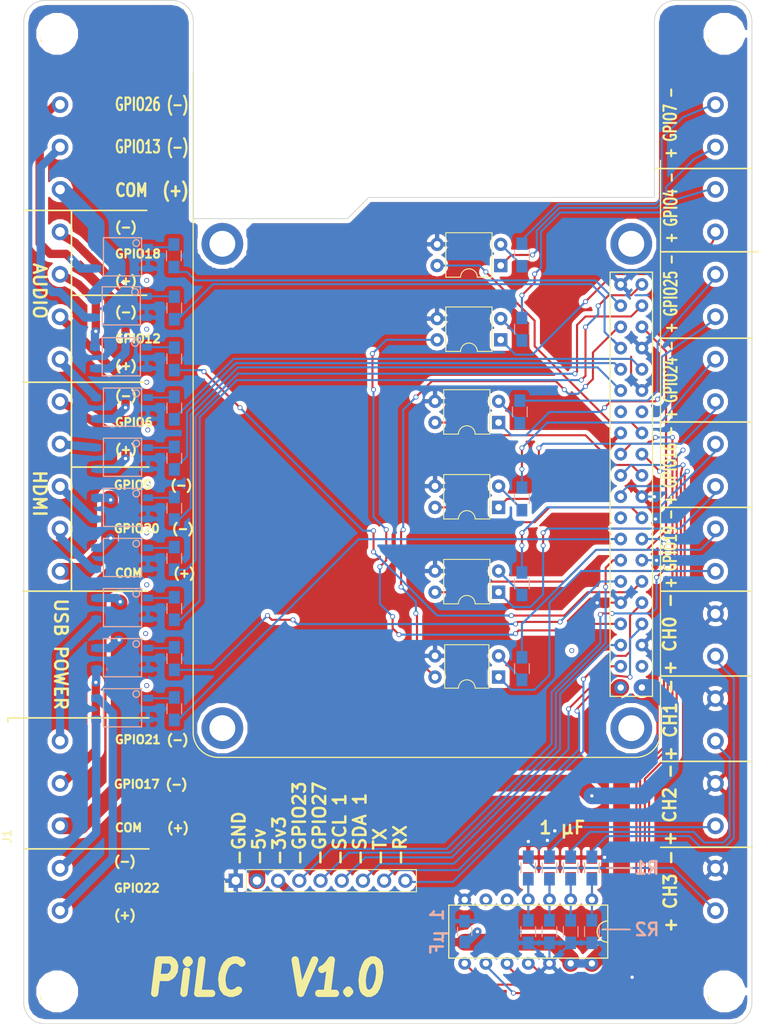
<source format=kicad_pcb>
(kicad_pcb (version 20171130) (host pcbnew 5.0.0-fee4fd1~66~ubuntu18.04.1)
  (layers (0 F.Cu signal) (31 B.Cu signal) (34 B.Paste user) (35 F.Paste user) (36 B.SilkS user) (37 F.SilkS user) (38 B.Mask user) (39 F.Mask user) (44 Edge.Cuts user))
  (net 0 "")
  (net 1 "Net-(R11-Pad1)")
  (net 2 "Net-(R12-Pad1)")
  (net 3 "Net-(R13-Pad1)")
  (net 4 "Net-(R14-Pad1)")
  (net 5 "Net-(R15-Pad1)")
  (net 6 "Net-(R16-Pad1)")
  (net 7 GND)
  (net 8 +3V3)
  (net 9 "Net-(C2-Pad2)")
  (net 10 "Net-(C3-Pad2)")
  (net 11 "Net-(C4-Pad2)")
  (net 12 "Net-(C5-Pad2)")
  (net 13 CLK)
  (net 14 SS)
  (net 15 MOSI)
  (net 16 MISO)
  (net 17 DI0)
  (net 18 DO7)
  (net 19 DI2)
  (net 20 DO62)
  (net 21 DO61)
  (net 22 DI3)
  (net 23 DO52)
  (net 24 DI4)
  (net 25 DI5)
  (net 26 DO51)
  (net 27 DO4)
  (net 28 DO3)
  (net 29 DO12)
  (net 30 DO2)
  (net 31 DI1)
  (net 32 DO11)
  (net 33 "Net-(J3-Pad1)")
  (net 34 "Net-(J3-Pad3)")
  (net 35 "Net-(J3-Pad5)")
  (net 36 "Net-(J3-Pad7)")
  (net 37 "Net-(J3-Pad9)")
  (net 38 "Net-(J3-Pad10)")
  (net 39 "Net-(J3-Pad11)")
  (net 40 "Net-(J3-Pad12)")
  (net 41 "Net-(J3-Pad13)")
  (net 42 "Net-(J3-Pad14)")
  (net 43 "Net-(J3-Pad15)")
  (net 44 "Net-(J3-Pad16)")
  (net 45 "Net-(J3-Pad17)")
  (net 46 "Net-(J3-Pad18)")
  (net 47 "Net-(J3-Pad19)")
  (net 48 "Net-(J3-Pad20)")
  (net 49 +5V)
  (net 50 TX)
  (net 51 RX)
  (net 52 Exp4)
  (net 53 Exp3)
  (net 54 Exp2)
  (net 55 Exp1)
  (net 56 "Net-(J1-Pad1)")
  (net 57 "Net-(J1-Pad2)")
  (net 58 "Net-(J1-Pad12)")
  (net 59 "Net-(J1-Pad13)")
  (net 60 "Net-(J1-Pad14)")
  (net 61 "Net-(J1-Pad15)")
  (net 62 "Net-(J1-Pad16)")
  (net 63 "Net-(J1-Pad17)")
  (net 64 "Net-(R1-Pad1)")
  (net 65 "Net-(R2-Pad1)")
  (net 66 "Net-(R3-Pad1)")
  (net 67 "Net-(R4-Pad1)")
  (net 68 "Net-(R5-Pad1)")
  (net 69 "Net-(R6-Pad1)")
  (net 70 "Net-(R7-Pad1)")
  (net 71 "Net-(R8-Pad1)")
  (net 72 "Net-(R9-Pad1)")
  (net 73 "Net-(R10-Pad1)")
  (net 74 /8_9_COM)
  (net 75 /6_7_COM)
  (net 76 /1_2_COM)
  (net 77 /9-)
  (net 78 /8-)
  (net 79 /7-)
  (net 80 /6-)
  (net 81 /2-)
  (net 82 /1-)
  (module Resistors_SMD:R_0805_HandSoldering (layer B.Cu) (at 17.9832 30.5816 270)
    (fp_text reference R1 hide)
    (fp_text value 330)
    (pad 1 smd rect (at -1.35 0 270) (size 1.5 1.3) (layers B.Cu B.Paste B.Mask) (net 64 "Net-(R1-Pad1)"))
    (pad 2 smd rect (at 1.35 0 270) (size 1.5 1.3) (layers B.Cu B.Paste B.Mask) (net 32 DO11))
  )
  (module Resistors_SMD:R_0805_HandSoldering (layer B.Cu) (at 18.034 36.83 270)
    (fp_text reference R2 hide)
    (fp_text value 200)
    (pad 1 smd rect (at -1.35 0 270) (size 1.5 1.3) (layers B.Cu B.Paste B.Mask) (net 65 "Net-(R2-Pad1)"))
    (pad 2 smd rect (at 1.35 0 270) (size 1.5 1.3) (layers B.Cu B.Paste B.Mask) (net 29 DO12))
  )
  (module Resistors_SMD:R_0805_HandSoldering (layer B.Cu) (at 18.034 42.926 270)
    (fp_text reference R3 hide)
    (fp_text value 200)
    (pad 1 smd rect (at -1.35 0 270) (size 1.5 1.3) (layers B.Cu B.Paste B.Mask) (net 66 "Net-(R3-Pad1)"))
    (pad 2 smd rect (at 1.35 0 270) (size 1.5 1.3) (layers B.Cu B.Paste B.Mask) (net 30 DO2))
  )
  (module Resistors_SMD:R_0805_HandSoldering (layer B.Cu) (at 18.0372 48.8146 270)
    (fp_text reference R4 hide)
    (fp_text value 200)
    (pad 1 smd rect (at -1.35 0 270) (size 1.5 1.3) (layers B.Cu B.Paste B.Mask) (net 67 "Net-(R4-Pad1)"))
    (pad 2 smd rect (at 1.35 0 270) (size 1.5 1.3) (layers B.Cu B.Paste B.Mask) (net 28 DO3))
  )
  (module Resistors_SMD:R_0805_HandSoldering (layer B.Cu) (at 18.0372 54.8146 270)
    (fp_text reference R5 hide)
    (fp_text value 200)
    (pad 1 smd rect (at -1.35 0 270) (size 1.5 1.3) (layers B.Cu B.Paste B.Mask) (net 68 "Net-(R5-Pad1)"))
    (pad 2 smd rect (at 1.35 0 270) (size 1.5 1.3) (layers B.Cu B.Paste B.Mask) (net 27 DO4))
  )
  (module Resistors_SMD:R_0805_HandSoldering (layer B.Cu) (at 18.0372 60.8146 270)
    (fp_text reference R6 hide)
    (fp_text value 200)
    (pad 1 smd rect (at -1.35 0 270) (size 1.5 1.3) (layers B.Cu B.Paste B.Mask) (net 69 "Net-(R6-Pad1)"))
    (pad 2 smd rect (at 1.35 0 270) (size 1.5 1.3) (layers B.Cu B.Paste B.Mask) (net 26 DO51))
  )
  (module Resistors_SMD:R_0805_HandSoldering (layer B.Cu) (at 18.0372 66.8146 270)
    (fp_text reference R7 hide)
    (fp_text value 200)
    (pad 1 smd rect (at -1.35 0 270) (size 1.5 1.3) (layers B.Cu B.Paste B.Mask) (net 70 "Net-(R7-Pad1)"))
    (pad 2 smd rect (at 1.35 0 270) (size 1.5 1.3) (layers B.Cu B.Paste B.Mask) (net 23 DO52))
  )
  (module Resistors_SMD:R_0805_HandSoldering (layer B.Cu) (at 18.0372 72.8146 270)
    (fp_text reference R8 hide)
    (fp_text value 200)
    (pad 1 smd rect (at -1.35 0 270) (size 1.5 1.3) (layers B.Cu B.Paste B.Mask) (net 71 "Net-(R8-Pad1)"))
    (pad 2 smd rect (at 1.35 0 270) (size 1.5 1.3) (layers B.Cu B.Paste B.Mask) (net 21 DO61))
  )
  (module Resistors_SMD:R_0805_HandSoldering (layer B.Cu) (at 18.0372 78.8146 270)
    (fp_text reference R9 hide)
    (fp_text value 200)
    (pad 1 smd rect (at -1.35 0 270) (size 1.5 1.3) (layers B.Cu B.Paste B.Mask) (net 72 "Net-(R9-Pad1)"))
    (pad 2 smd rect (at 1.35 0 270) (size 1.5 1.3) (layers B.Cu B.Paste B.Mask) (net 20 DO62))
  )
  (module Resistors_SMD:R_0805_HandSoldering (layer B.Cu) (at 18.0372 84.8146 270)
    (fp_text reference R10 hide)
    (fp_text value 200)
    (pad 1 smd rect (at -1.35 0 270) (size 1.5 1.3) (layers B.Cu B.Paste B.Mask) (net 73 "Net-(R10-Pad1)"))
    (pad 2 smd rect (at 1.35 0 270) (size 1.5 1.3) (layers B.Cu B.Paste B.Mask) (net 18 DO7))
  )
  (module Resistors_SMD:R_0805_HandSoldering (layer B.Cu) (at 59.69 80.01 90)
    (fp_text reference R11 hide)
    (fp_text value 200)
    (pad 1 smd rect (at -1.35 0 90) (size 1.5 1.3) (layers B.Cu B.Paste B.Mask) (net 1 "Net-(R11-Pad1)"))
    (pad 2 smd rect (at 1.35 0 90) (size 1.5 1.3) (layers B.Cu B.Paste B.Mask) (net 38 "Net-(J3-Pad10)"))
  )
  (module Resistors_SMD:R_0805_HandSoldering (layer B.Cu) (at 59.69 69.85 90)
    (fp_text reference R12 hide)
    (fp_text value 200)
    (pad 1 smd rect (at -1.35 0 90) (size 1.5 1.3) (layers B.Cu B.Paste B.Mask) (net 2 "Net-(R12-Pad1)"))
    (pad 2 smd rect (at 1.35 0 90) (size 1.5 1.3) (layers B.Cu B.Paste B.Mask) (net 40 "Net-(J3-Pad12)"))
  )
  (module Resistors_SMD:R_0805_HandSoldering (layer B.Cu) (at 59.69 59.69 90)
    (fp_text reference R13 hide)
    (fp_text value 200)
    (pad 1 smd rect (at -1.35 0 90) (size 1.5 1.3) (layers B.Cu B.Paste B.Mask) (net 3 "Net-(R13-Pad1)"))
    (pad 2 smd rect (at 1.35 0 90) (size 1.5 1.3) (layers B.Cu B.Paste B.Mask) (net 42 "Net-(J3-Pad14)"))
  )
  (module Resistors_SMD:R_0805_HandSoldering (layer B.Cu) (at 59.436 49.276 90)
    (fp_text reference R14 hide)
    (fp_text value 200)
    (pad 1 smd rect (at -1.35 0 90) (size 1.5 1.3) (layers B.Cu B.Paste B.Mask) (net 4 "Net-(R14-Pad1)"))
    (pad 2 smd rect (at 1.35 0 90) (size 1.5 1.3) (layers B.Cu B.Paste B.Mask) (net 44 "Net-(J3-Pad16)"))
  )
  (module Resistors_SMD:R_0805_HandSoldering (layer B.Cu) (at 59.69 39.37 90)
    (fp_text reference R15 hide)
    (fp_text value 200)
    (pad 1 smd rect (at -1.35 0 90) (size 1.5 1.3) (layers B.Cu B.Paste B.Mask) (net 5 "Net-(R15-Pad1)"))
    (pad 2 smd rect (at 1.35 0 90) (size 1.5 1.3) (layers B.Cu B.Paste B.Mask) (net 46 "Net-(J3-Pad18)"))
  )
  (module Resistors_SMD:R_0805_HandSoldering (layer B.Cu) (at 59.69 30.48 90)
    (fp_text reference R16 hide)
    (fp_text value 200)
    (pad 1 smd rect (at -1.35 0 90) (size 1.5 1.3) (layers B.Cu B.Paste B.Mask) (net 6 "Net-(R16-Pad1)"))
    (pad 2 smd rect (at 1.35 0 90) (size 1.5 1.3) (layers B.Cu B.Paste B.Mask) (net 48 "Net-(J3-Pad20)"))
  )
  (module Resistors_SMD:R_0805_HandSoldering (layer B.Cu) (at 60.452 103.886 270)
    (fp_text reference R17 hide)
    (fp_text value R)
    (pad 1 smd rect (at -1.35 0 270) (size 1.5 1.3) (layers B.Cu B.Paste B.Mask) (net 33 "Net-(J3-Pad1)"))
    (pad 2 smd rect (at 1.35 0 270) (size 1.5 1.3) (layers B.Cu B.Paste B.Mask) (net 11 "Net-(C4-Pad2)"))
  )
  (module Resistors_SMD:R_0805_HandSoldering (layer B.Cu) (at 60.452 111.506 90)
    (fp_text reference R18 hide)
    (fp_text value R)
    (pad 1 smd rect (at -1.35 0 90) (size 1.5 1.3) (layers B.Cu B.Paste B.Mask) (net 7 GND))
    (pad 2 smd rect (at 1.35 0 90) (size 1.5 1.3) (layers B.Cu B.Paste B.Mask) (net 11 "Net-(C4-Pad2)"))
  )
  (module Resistors_SMD:R_0805_HandSoldering (layer B.Cu) (at 62.992 103.886 270)
    (fp_text reference R19 hide)
    (fp_text value R)
    (pad 1 smd rect (at -1.35 0 270) (size 1.5 1.3) (layers B.Cu B.Paste B.Mask) (net 34 "Net-(J3-Pad3)"))
    (pad 2 smd rect (at 1.35 0 270) (size 1.5 1.3) (layers B.Cu B.Paste B.Mask) (net 10 "Net-(C3-Pad2)"))
  )
  (module Resistors_SMD:R_0805_HandSoldering (layer B.Cu) (at 62.992 111.506 90)
    (fp_text reference R20 hide)
    (fp_text value R)
    (pad 1 smd rect (at -1.35 0 90) (size 1.5 1.3) (layers B.Cu B.Paste B.Mask) (net 7 GND))
    (pad 2 smd rect (at 1.35 0 90) (size 1.5 1.3) (layers B.Cu B.Paste B.Mask) (net 10 "Net-(C3-Pad2)"))
  )
  (module Resistors_SMD:R_0805_HandSoldering (layer B.Cu) (at 65.532 103.886 270)
    (fp_text reference R21 hide)
    (fp_text value R)
    (pad 1 smd rect (at -1.35 0 270) (size 1.5 1.3) (layers B.Cu B.Paste B.Mask) (net 35 "Net-(J3-Pad5)"))
    (pad 2 smd rect (at 1.35 0 270) (size 1.5 1.3) (layers B.Cu B.Paste B.Mask) (net 12 "Net-(C5-Pad2)"))
  )
  (module Resistors_SMD:R_0805_HandSoldering (layer B.Cu) (at 65.532 111.506 90)
    (fp_text reference R22 hide)
    (fp_text value R)
    (pad 1 smd rect (at -1.35 0 90) (size 1.5 1.3) (layers B.Cu B.Paste B.Mask) (net 7 GND))
    (pad 2 smd rect (at 1.35 0 90) (size 1.5 1.3) (layers B.Cu B.Paste B.Mask) (net 12 "Net-(C5-Pad2)"))
  )
  (module Resistors_SMD:R_0805_HandSoldering (layer B.Cu) (at 68.072 103.886 270)
    (fp_text reference R23 hide)
    (fp_text value R)
    (pad 1 smd rect (at -1.35 0 270) (size 1.5 1.3) (layers B.Cu B.Paste B.Mask) (net 36 "Net-(J3-Pad7)"))
    (pad 2 smd rect (at 1.35 0 270) (size 1.5 1.3) (layers B.Cu B.Paste B.Mask) (net 9 "Net-(C2-Pad2)"))
  )
  (module Resistors_SMD:R_0805_HandSoldering (layer B.Cu) (at 68.072 111.506 90)
    (fp_text reference R24 hide)
    (fp_text value R hide)
    (pad 1 smd rect (at -1.35 0 90) (size 1.5 1.3) (layers B.Cu B.Paste B.Mask) (net 7 GND))
    (pad 2 smd rect (at 1.35 0 90) (size 1.5 1.3) (layers B.Cu B.Paste B.Mask) (net 9 "Net-(C2-Pad2)"))
  )
  (module Housings_DIP:DIP-4_W7.62mm (layer F.Cu) (at 56.896 70.866 180)
    (fp_text reference U13 hide)
    (fp_text value LTV-814)
    (pad 1 thru_hole rect (at 0 0 180) (size 1.6 1.6) (drill 0.8) (layers *.Cu *.Mask) (net 39 "Net-(J3-Pad11)"))
    (pad 3 thru_hole oval (at 7.62 2.54 180) (size 1.6 1.6) (drill 0.8) (layers *.Cu *.Mask) (net 7 GND))
    (pad 2 thru_hole oval (at 0 2.54 180) (size 1.6 1.6) (drill 0.8) (layers *.Cu *.Mask) (net 2 "Net-(R12-Pad1)"))
    (pad 4 thru_hole oval (at 7.62 0 180) (size 1.6 1.6) (drill 0.8) (layers *.Cu *.Mask) (net 31 DI1))
  )
  (module Housings_DIP:DIP-4_W7.62mm (layer F.Cu) (at 56.896 60.706 180)
    (fp_text reference U14 hide)
    (fp_text value LTV-814)
    (pad 1 thru_hole rect (at 0 0 180) (size 1.6 1.6) (drill 0.8) (layers *.Cu *.Mask) (net 41 "Net-(J3-Pad13)"))
    (pad 3 thru_hole oval (at 7.62 2.54 180) (size 1.6 1.6) (drill 0.8) (layers *.Cu *.Mask) (net 7 GND))
    (pad 2 thru_hole oval (at 0 2.54 180) (size 1.6 1.6) (drill 0.8) (layers *.Cu *.Mask) (net 3 "Net-(R13-Pad1)"))
    (pad 4 thru_hole oval (at 7.62 0 180) (size 1.6 1.6) (drill 0.8) (layers *.Cu *.Mask) (net 19 DI2))
  )
  (module Housings_DIP:DIP-4_W7.62mm (layer F.Cu) (at 56.896 50.546 180)
    (fp_text reference U15 hide)
    (fp_text value LTV-814)
    (pad 1 thru_hole rect (at 0 0 180) (size 1.6 1.6) (drill 0.8) (layers *.Cu *.Mask) (net 43 "Net-(J3-Pad15)"))
    (pad 3 thru_hole oval (at 7.62 2.54 180) (size 1.6 1.6) (drill 0.8) (layers *.Cu *.Mask) (net 7 GND))
    (pad 2 thru_hole oval (at 0 2.54 180) (size 1.6 1.6) (drill 0.8) (layers *.Cu *.Mask) (net 4 "Net-(R14-Pad1)"))
    (pad 4 thru_hole oval (at 7.62 0 180) (size 1.6 1.6) (drill 0.8) (layers *.Cu *.Mask) (net 22 DI3))
  )
  (module Housings_DIP:DIP-4_W7.62mm (layer F.Cu) (at 57.15 40.64 180)
    (fp_text reference U16 hide)
    (fp_text value LTV-814)
    (pad 1 thru_hole rect (at 0 0 180) (size 1.6 1.6) (drill 0.8) (layers *.Cu *.Mask) (net 45 "Net-(J3-Pad17)"))
    (pad 3 thru_hole oval (at 7.62 2.54 180) (size 1.6 1.6) (drill 0.8) (layers *.Cu *.Mask) (net 7 GND))
    (pad 2 thru_hole oval (at 0 2.54 180) (size 1.6 1.6) (drill 0.8) (layers *.Cu *.Mask) (net 5 "Net-(R15-Pad1)"))
    (pad 4 thru_hole oval (at 7.62 0 180) (size 1.6 1.6) (drill 0.8) (layers *.Cu *.Mask) (net 24 DI4))
  )
  (module Housings_DIP:DIP-4_W7.62mm (layer F.Cu) (at 57.15 31.75 180)
    (fp_text reference U17 hide)
    (fp_text value LTV-814)
    (pad 1 thru_hole rect (at 0 0 180) (size 1.6 1.6) (drill 0.8) (layers *.Cu *.Mask) (net 47 "Net-(J3-Pad19)"))
    (pad 3 thru_hole oval (at 7.62 2.54 180) (size 1.6 1.6) (drill 0.8) (layers *.Cu *.Mask) (net 7 GND))
    (pad 2 thru_hole oval (at 0 2.54 180) (size 1.6 1.6) (drill 0.8) (layers *.Cu *.Mask) (net 6 "Net-(R16-Pad1)"))
    (pad 4 thru_hole oval (at 7.62 0 180) (size 1.6 1.6) (drill 0.8) (layers *.Cu *.Mask) (net 25 DI5))
  )
  (module Capacitors_SMD:C_0805_HandSoldering (layer B.Cu) (at 52.832 111.506 270)
    (fp_text reference C1 hide)
    (fp_text value C)
    (pad 1 smd rect (at -1.25 0 270) (size 1.5 1.25) (layers B.Cu B.Paste B.Mask) (net 7 GND))
    (pad 2 smd rect (at 1.25 0 270) (size 1.5 1.25) (layers B.Cu B.Paste B.Mask) (net 8 +3V3))
  )
  (module Capacitors_SMD:C_0805_HandSoldering (layer F.Cu) (at 68.072 103.886 270)
    (fp_text reference C2 hide)
    (fp_text value C)
    (pad 1 smd rect (at -1.25 0 270) (size 1.5 1.25) (layers F.Cu F.Paste F.Mask) (net 7 GND))
    (pad 2 smd rect (at 1.25 0 270) (size 1.5 1.25) (layers F.Cu F.Paste F.Mask) (net 9 "Net-(C2-Pad2)"))
  )
  (module Capacitors_SMD:C_0805_HandSoldering (layer F.Cu) (at 62.992 103.886 270)
    (fp_text reference C3 hide)
    (fp_text value C)
    (pad 1 smd rect (at -1.25 0 270) (size 1.5 1.25) (layers F.Cu F.Paste F.Mask) (net 7 GND))
    (pad 2 smd rect (at 1.25 0 270) (size 1.5 1.25) (layers F.Cu F.Paste F.Mask) (net 10 "Net-(C3-Pad2)"))
  )
  (module Capacitors_SMD:C_0805_HandSoldering (layer F.Cu) (at 60.452 103.886 270)
    (fp_text reference C4 hide)
    (fp_text value C)
    (pad 1 smd rect (at -1.25 0 270) (size 1.5 1.25) (layers F.Cu F.Paste F.Mask) (net 7 GND))
    (pad 2 smd rect (at 1.25 0 270) (size 1.5 1.25) (layers F.Cu F.Paste F.Mask) (net 11 "Net-(C4-Pad2)"))
  )
  (module Capacitors_SMD:C_0805_HandSoldering (layer F.Cu) (at 65.532 103.886 270)
    (fp_text reference C5 hide)
    (fp_text value C hide)
    (pad 1 smd rect (at -1.25 0 270) (size 1.5 1.25) (layers F.Cu F.Paste F.Mask) (net 7 GND))
    (pad 2 smd rect (at 1.25 0 270) (size 1.5 1.25) (layers F.Cu F.Paste F.Mask) (net 12 "Net-(C5-Pad2)"))
  )
  (module omron:omron_g3vm_61gr2 (layer B.Cu) (at 11.8312 30.7036)
    (fp_text reference U1 hide)
    (fp_text value G3VM-61GR2)
    (pad 1 smd rect (at 3.048 -1.143 270) (size 0.8 1.2) (layers B.Cu B.Paste B.Mask) (net 64 "Net-(R1-Pad1)"))
    (pad 2 smd rect (at 3.048 1.397 270) (size 0.8 1.2) (layers B.Cu B.Paste B.Mask) (net 7 GND))
    (pad 3 smd rect (at -3.152 1.397 270) (size 0.8 1.2) (layers B.Cu B.Paste B.Mask) (net 82 /1-))
    (pad 4 smd rect (at -3.152 -1.143 270) (size 0.8 1.2) (layers B.Cu B.Paste B.Mask) (net 76 /1_2_COM))
  )
  (module omron:omron_g3vm_61gr2 (layer B.Cu) (at 11.684 36.576)
    (fp_text reference U2 hide)
    (fp_text value G3VM-61GR2)
    (pad 1 smd rect (at 3.048 -1.143 270) (size 0.8 1.2) (layers B.Cu B.Paste B.Mask) (net 65 "Net-(R2-Pad1)"))
    (pad 2 smd rect (at 3.048 1.397 270) (size 0.8 1.2) (layers B.Cu B.Paste B.Mask) (net 7 GND))
    (pad 3 smd rect (at -3.152 1.397 270) (size 0.8 1.2) (layers B.Cu B.Paste B.Mask) (net 81 /2-))
    (pad 4 smd rect (at -3.152 -1.143 270) (size 0.8 1.2) (layers B.Cu B.Paste B.Mask) (net 76 /1_2_COM))
  )
  (module omron:omron_g3vm_61gr2 (layer B.Cu) (at 11.684 42.672)
    (fp_text reference U3 hide)
    (fp_text value G3VM-61GR2)
    (pad 1 smd rect (at 3.048 -1.143 270) (size 0.8 1.2) (layers B.Cu B.Paste B.Mask) (net 66 "Net-(R3-Pad1)"))
    (pad 2 smd rect (at 3.048 1.397 270) (size 0.8 1.2) (layers B.Cu B.Paste B.Mask) (net 7 GND))
    (pad 3 smd rect (at -3.152 1.397 270) (size 0.8 1.2) (layers B.Cu B.Paste B.Mask) (net 63 "Net-(J1-Pad17)"))
    (pad 4 smd rect (at -3.152 -1.143 270) (size 0.8 1.2) (layers B.Cu B.Paste B.Mask) (net 62 "Net-(J1-Pad16)"))
  )
  (module omron:omron_g3vm_61gr2 (layer B.Cu) (at 11.8312 48.7036)
    (fp_text reference U4 hide)
    (fp_text value G3VM-61GR2)
    (pad 1 smd rect (at 3.048 -1.143 270) (size 0.8 1.2) (layers B.Cu B.Paste B.Mask) (net 67 "Net-(R4-Pad1)"))
    (pad 2 smd rect (at 3.048 1.397 270) (size 0.8 1.2) (layers B.Cu B.Paste B.Mask) (net 7 GND))
    (pad 3 smd rect (at -3.152 1.397 270) (size 0.8 1.2) (layers B.Cu B.Paste B.Mask) (net 61 "Net-(J1-Pad15)"))
    (pad 4 smd rect (at -3.152 -1.143 270) (size 0.8 1.2) (layers B.Cu B.Paste B.Mask) (net 60 "Net-(J1-Pad14)"))
  )
  (module omron:omron_g3vm_61gr2 (layer B.Cu) (at 11.8312 54.7036)
    (fp_text reference U5 hide)
    (fp_text value G3VM-61GR2)
    (pad 1 smd rect (at 3.048 -1.143 270) (size 0.8 1.2) (layers B.Cu B.Paste B.Mask) (net 68 "Net-(R5-Pad1)"))
    (pad 2 smd rect (at 3.048 1.397 270) (size 0.8 1.2) (layers B.Cu B.Paste B.Mask) (net 7 GND))
    (pad 3 smd rect (at -3.152 1.397 270) (size 0.8 1.2) (layers B.Cu B.Paste B.Mask) (net 59 "Net-(J1-Pad13)"))
    (pad 4 smd rect (at -3.152 -1.143 270) (size 0.8 1.2) (layers B.Cu B.Paste B.Mask) (net 58 "Net-(J1-Pad12)"))
  )
  (module omron:omron_g3vm_61gr2 (layer B.Cu) (at 11.8312 60.7036)
    (fp_text reference U6 hide)
    (fp_text value G3VM-61GR2)
    (pad 1 smd rect (at 3.048 -1.143 270) (size 0.8 1.2) (layers B.Cu B.Paste B.Mask) (net 69 "Net-(R6-Pad1)"))
    (pad 2 smd rect (at 3.048 1.397 270) (size 0.8 1.2) (layers B.Cu B.Paste B.Mask) (net 7 GND))
    (pad 3 smd rect (at -3.152 1.397 270) (size 0.8 1.2) (layers B.Cu B.Paste B.Mask) (net 80 /6-))
    (pad 4 smd rect (at -3.152 -1.143 270) (size 0.8 1.2) (layers B.Cu B.Paste B.Mask) (net 75 /6_7_COM))
  )
  (module omron:omron_g3vm_61gr2 (layer B.Cu) (at 11.8312 66.7036)
    (fp_text reference U7 hide)
    (fp_text value G3VM-61GR2)
    (pad 1 smd rect (at 3.048 -1.143 270) (size 0.8 1.2) (layers B.Cu B.Paste B.Mask) (net 70 "Net-(R7-Pad1)"))
    (pad 2 smd rect (at 3.048 1.397 270) (size 0.8 1.2) (layers B.Cu B.Paste B.Mask) (net 7 GND))
    (pad 3 smd rect (at -3.152 1.397 270) (size 0.8 1.2) (layers B.Cu B.Paste B.Mask) (net 79 /7-))
    (pad 4 smd rect (at -3.152 -1.143 270) (size 0.8 1.2) (layers B.Cu B.Paste B.Mask) (net 75 /6_7_COM))
  )
  (module omron:omron_g3vm_61gr2 (layer B.Cu) (at 11.8312 72.7036)
    (fp_text reference U8 hide)
    (fp_text value G3VM-61GR2)
    (pad 1 smd rect (at 3.048 -1.143 270) (size 0.8 1.2) (layers B.Cu B.Paste B.Mask) (net 71 "Net-(R8-Pad1)"))
    (pad 2 smd rect (at 3.048 1.397 270) (size 0.8 1.2) (layers B.Cu B.Paste B.Mask) (net 7 GND))
    (pad 3 smd rect (at -3.152 1.397 270) (size 0.8 1.2) (layers B.Cu B.Paste B.Mask) (net 78 /8-))
    (pad 4 smd rect (at -3.152 -1.143 270) (size 0.8 1.2) (layers B.Cu B.Paste B.Mask) (net 74 /8_9_COM))
  )
  (module omron:omron_g3vm_61gr2 (layer B.Cu) (at 11.8312 78.7036)
    (fp_text reference U9 hide)
    (fp_text value G3VM-61GR2)
    (pad 1 smd rect (at 3.048 -1.143 270) (size 0.8 1.2) (layers B.Cu B.Paste B.Mask) (net 72 "Net-(R9-Pad1)"))
    (pad 2 smd rect (at 3.048 1.397 270) (size 0.8 1.2) (layers B.Cu B.Paste B.Mask) (net 7 GND))
    (pad 3 smd rect (at -3.152 1.397 270) (size 0.8 1.2) (layers B.Cu B.Paste B.Mask) (net 77 /9-))
    (pad 4 smd rect (at -3.152 -1.143 270) (size 0.8 1.2) (layers B.Cu B.Paste B.Mask) (net 74 /8_9_COM))
  )
  (module omron:omron_g3vm_61gr2 (layer B.Cu) (at 11.8312 84.7036)
    (fp_text reference U10 hide)
    (fp_text value G3VM-61GR2)
    (pad 1 smd rect (at 3.048 -1.143 270) (size 0.8 1.2) (layers B.Cu B.Paste B.Mask) (net 73 "Net-(R10-Pad1)"))
    (pad 2 smd rect (at 3.048 1.397 270) (size 0.8 1.2) (layers B.Cu B.Paste B.Mask) (net 7 GND))
    (pad 3 smd rect (at -3.152 1.397 270) (size 0.8 1.2) (layers B.Cu B.Paste B.Mask) (net 57 "Net-(J1-Pad2)"))
    (pad 4 smd rect (at -3.152 -1.143 270) (size 0.8 1.2) (layers B.Cu B.Paste B.Mask) (net 56 "Net-(J1-Pad1)"))
  )
  (module PiLC:mcp3204 (layer F.Cu) (at 62.992 111.506 270)
    (fp_text reference U11 hide)
    (fp_text value MCP3204)
    (pad 1 thru_hole circle (at -3.81 -5.08 270) (size 1.524 1.524) (drill 0.762) (layers *.Cu *.Mask) (net 9 "Net-(C2-Pad2)"))
    (pad 2 thru_hole circle (at -3.81 -2.54 270) (size 1.524 1.524) (drill 0.762) (layers *.Cu *.Mask) (net 12 "Net-(C5-Pad2)"))
    (pad 3 thru_hole circle (at -3.81 0 270) (size 1.524 1.524) (drill 0.762) (layers *.Cu *.Mask) (net 10 "Net-(C3-Pad2)"))
    (pad 4 thru_hole circle (at -3.81 2.54 270) (size 1.524 1.524) (drill 0.762) (layers *.Cu *.Mask) (net 11 "Net-(C4-Pad2)"))
    (pad 5 thru_hole circle (at -3.81 5.08 270) (size 1.524 1.524) (drill 0.762) (layers *.Cu *.Mask))
    (pad 6 thru_hole circle (at -3.81 7.62 270) (size 1.524 1.524) (drill 0.762) (layers *.Cu *.Mask))
    (pad 7 thru_hole circle (at -3.81 10.16 270) (size 1.524 1.524) (drill 0.762) (layers *.Cu *.Mask) (net 7 GND))
    (pad 8 thru_hole circle (at 3.81 10.16 270) (size 1.524 1.524) (drill 0.762) (layers *.Cu *.Mask) (net 14 SS))
    (pad 9 thru_hole circle (at 3.81 7.62 270) (size 1.524 1.524) (drill 0.762) (layers *.Cu *.Mask) (net 15 MOSI))
    (pad 10 thru_hole circle (at 3.81 5.08 270) (size 1.524 1.524) (drill 0.762) (layers *.Cu *.Mask) (net 16 MISO))
    (pad 11 thru_hole circle (at 3.81 2.54 270) (size 1.524 1.524) (drill 0.762) (layers *.Cu *.Mask) (net 13 CLK))
    (pad 12 thru_hole circle (at 3.81 0 270) (size 1.524 1.524) (drill 0.762) (layers *.Cu *.Mask) (net 7 GND))
    (pad 13 thru_hole circle (at 3.81 -2.54 270) (size 1.524 1.524) (drill 0.762) (layers *.Cu *.Mask) (net 8 +3V3))
    (pad 14 thru_hole circle (at 3.81 -5.08 270) (size 1.524 1.524) (drill 0.762) (layers *.Cu *.Mask) (net 8 +3V3))
  )
  (module Housings_DIP:DIP-4_W7.62mm (layer F.Cu) (at 56.896 81.026 180)
    (fp_text reference U12 hide)
    (fp_text value LTV-814)
    (pad 1 thru_hole rect (at 0 0 180) (size 1.6 1.6) (drill 0.8) (layers *.Cu *.Mask) (net 37 "Net-(J3-Pad9)"))
    (pad 3 thru_hole oval (at 7.62 2.54 180) (size 1.6 1.6) (drill 0.8) (layers *.Cu *.Mask) (net 7 GND))
    (pad 2 thru_hole oval (at 0 2.54 180) (size 1.6 1.6) (drill 0.8) (layers *.Cu *.Mask) (net 1 "Net-(R11-Pad1)"))
    (pad 4 thru_hole oval (at 7.62 0 180) (size 1.6 1.6) (drill 0.8) (layers *.Cu *.Mask) (net 17 DI0))
  )
  (module Pin_Headers:Pin_Header_Straight_1x09_Pitch2.54mm (layer F.Cu) (at 25.4 105.41 90)
    (fp_text reference J4 hide)
    (fp_text value CONN_01X09)
    (pad 1 thru_hole rect (at 0 0 90) (size 1.7 1.7) (drill 1) (layers *.Cu *.Mask) (net 7 GND))
    (pad 2 thru_hole oval (at 0 2.54 90) (size 1.7 1.7) (drill 1) (layers *.Cu *.Mask) (net 49 +5V))
    (pad 3 thru_hole oval (at 0 5.08 90) (size 1.7 1.7) (drill 1) (layers *.Cu *.Mask) (net 8 +3V3))
    (pad 4 thru_hole oval (at 0 7.62 90) (size 1.7 1.7) (drill 1) (layers *.Cu *.Mask) (net 55 Exp1))
    (pad 5 thru_hole oval (at 0 10.16 90) (size 1.7 1.7) (drill 1) (layers *.Cu *.Mask) (net 54 Exp2))
    (pad 6 thru_hole oval (at 0 12.7 90) (size 1.7 1.7) (drill 1) (layers *.Cu *.Mask) (net 53 Exp3))
    (pad 7 thru_hole oval (at 0 15.24 90) (size 1.7 1.7) (drill 1) (layers *.Cu *.Mask) (net 52 Exp4))
    (pad 8 thru_hole oval (at 0 17.78 90) (size 1.7 1.7) (drill 1) (layers *.Cu *.Mask) (net 50 TX))
    (pad 9 thru_hole oval (at 0 20.32 90) (size 1.7 1.7) (drill 1) (layers *.Cu *.Mask) (net 51 RX))
  )
  (module .pretty:corner_drill (layer F.Cu) (at 4 4)
    (fp_text reference REF** (at 0 0.5) (layer F.SilkS))
    (fp_text value corner_drill)
    (pad "" np_thru_hole circle (at 0 0) (size 4 4) (drill 4) (layers *.Cu *.Mask))
  )
  (module .pretty:corner_drill (layer F.Cu) (at 83.95 4)
    (fp_text reference REF** (at 0 0.5) (layer F.SilkS))
    (fp_text value corner_drill)
    (pad "" np_thru_hole circle (at 0 0) (size 4 4) (drill 4) (layers *.Cu *.Mask))
  )
  (module .pretty:corner_drill (layer F.Cu) (at 4 118.67)
    (fp_text reference REF** (at 0 0.5) (layer F.SilkS))
    (fp_text value corner_drill)
    (pad "" np_thru_hole circle (at 0 0) (size 4 4) (drill 4) (layers *.Cu *.Mask))
  )
  (module .pretty:corner_drill (layer F.Cu) (at 83.95 118.67)
    (fp_text reference REF** (at 0 0.5) (layer F.SilkS))
    (fp_text value corner_drill)
    (pad "" np_thru_hole circle (at 0 0) (size 4 4) (drill 4) (layers *.Cu *.Mask))
  )
  (module PiLC:screw_terminal_regular_20x1_5.08mm (layer F.Cu) (at 4.35 109 90)
    (fp_text reference J1 (at 8.89 -6.35 90) (layer F.SilkS))
    (fp_text value CONN_01X20 hide)
    (pad 1 thru_hole circle (at 0 0 90) (size 2 2) (drill 1.15) (layers *.Cu *.Mask) (net 56 "Net-(J1-Pad1)"))
    (pad 2 thru_hole circle (at 5.08 0 90) (size 2 2) (drill 1.15) (layers *.Cu *.Mask) (net 57 "Net-(J1-Pad2)"))
    (pad 3 thru_hole circle (at 10.16 0 90) (size 2 2) (drill 1.15) (layers *.Cu *.Mask) (net 74 /8_9_COM))
    (pad 4 thru_hole circle (at 15.24 0 90) (size 2 2) (drill 1.15) (layers *.Cu *.Mask) (net 77 /9-))
    (pad 5 thru_hole circle (at 20.32 0 90) (size 2 2) (drill 1.15) (layers *.Cu *.Mask) (net 78 /8-))
    (pad 9 thru_hole circle (at 40.64 0 90) (size 2 2) (drill 1.15) (layers *.Cu *.Mask) (net 75 /6_7_COM))
    (pad 10 thru_hole circle (at 45.72 0 90) (size 2 2) (drill 1.15) (layers *.Cu *.Mask) (net 79 /7-))
    (pad 11 thru_hole circle (at 50.8 0 90) (size 2 2) (drill 1.15) (layers *.Cu *.Mask) (net 80 /6-))
    (pad 12 thru_hole circle (at 55.88 0 90) (size 2 2) (drill 1.15) (layers *.Cu *.Mask) (net 58 "Net-(J1-Pad12)"))
    (pad 13 thru_hole circle (at 60.96 0 90) (size 2 2) (drill 1.15) (layers *.Cu *.Mask) (net 59 "Net-(J1-Pad13)"))
    (pad 14 thru_hole circle (at 66.04 0 90) (size 2 2) (drill 1.15) (layers *.Cu *.Mask) (net 60 "Net-(J1-Pad14)"))
    (pad 15 thru_hole circle (at 71.12 0 90) (size 2 2) (drill 1.15) (layers *.Cu *.Mask) (net 61 "Net-(J1-Pad15)"))
    (pad 16 thru_hole circle (at 76.2 0 90) (size 2 2) (drill 1.15) (layers *.Cu *.Mask) (net 62 "Net-(J1-Pad16)"))
    (pad 17 thru_hole circle (at 81.28 0 90) (size 2 2) (drill 1.15) (layers *.Cu *.Mask) (net 63 "Net-(J1-Pad17)"))
    (pad 18 thru_hole circle (at 86.36 0 90) (size 2 2) (drill 1.15) (layers *.Cu *.Mask) (net 76 /1_2_COM))
    (pad 19 thru_hole circle (at 91.44 0 90) (size 2 2) (drill 1.15) (layers *.Cu *.Mask) (net 81 /2-))
    (pad 20 thru_hole circle (at 96.52 0 90) (size 2 2) (drill 1.15) (layers *.Cu *.Mask) (net 82 /1-))
  )
  (module PiLC:screw_terminal_regular_20x1_5.08mm (layer F.Cu) (at 82.88 109 90)
    (fp_text reference J3 hide)
    (fp_text value CONN_01X20 hide)
    (pad 1 thru_hole circle (at 0 0 90) (size 2 2) (drill 1.15) (layers *.Cu *.Mask) (net 33 "Net-(J3-Pad1)"))
    (pad 2 thru_hole circle (at 5.08 0 90) (size 2 2) (drill 1.15) (layers *.Cu *.Mask) (net 7 GND))
    (pad 3 thru_hole circle (at 10.16 0 90) (size 2 2) (drill 1.15) (layers *.Cu *.Mask) (net 34 "Net-(J3-Pad3)"))
    (pad 4 thru_hole circle (at 15.24 0 90) (size 2 2) (drill 1.15) (layers *.Cu *.Mask) (net 7 GND))
    (pad 5 thru_hole circle (at 20.32 0 90) (size 2 2) (drill 1.15) (layers *.Cu *.Mask) (net 35 "Net-(J3-Pad5)"))
    (pad 6 thru_hole circle (at 25.4 0 90) (size 2 2) (drill 1.15) (layers *.Cu *.Mask) (net 7 GND))
    (pad 7 thru_hole circle (at 30.48 0 90) (size 2 2) (drill 1.15) (layers *.Cu *.Mask) (net 36 "Net-(J3-Pad7)"))
    (pad 8 thru_hole circle (at 35.56 0 90) (size 2 2) (drill 1.15) (layers *.Cu *.Mask) (net 7 GND))
    (pad 9 thru_hole circle (at 40.64 0 90) (size 2 2) (drill 1.15) (layers *.Cu *.Mask) (net 37 "Net-(J3-Pad9)"))
    (pad 10 thru_hole circle (at 45.72 0 90) (size 2 2) (drill 1.15) (layers *.Cu *.Mask) (net 38 "Net-(J3-Pad10)"))
    (pad 11 thru_hole circle (at 50.8 0 90) (size 2 2) (drill 1.15) (layers *.Cu *.Mask) (net 39 "Net-(J3-Pad11)"))
    (pad 12 thru_hole circle (at 55.88 0 90) (size 2 2) (drill 1.15) (layers *.Cu *.Mask) (net 40 "Net-(J3-Pad12)"))
    (pad 13 thru_hole circle (at 60.96 0 90) (size 2 2) (drill 1.15) (layers *.Cu *.Mask) (net 41 "Net-(J3-Pad13)"))
    (pad 14 thru_hole circle (at 66.04 0 90) (size 2 2) (drill 1.15) (layers *.Cu *.Mask) (net 42 "Net-(J3-Pad14)"))
    (pad 15 thru_hole circle (at 71.12 0 90) (size 2 2) (drill 1.15) (layers *.Cu *.Mask) (net 43 "Net-(J3-Pad15)"))
    (pad 16 thru_hole circle (at 76.2 0 90) (size 2 2) (drill 1.15) (layers *.Cu *.Mask) (net 44 "Net-(J3-Pad16)"))
    (pad 17 thru_hole circle (at 81.28 0 90) (size 2 2) (drill 1.15) (layers *.Cu *.Mask) (net 45 "Net-(J3-Pad17)"))
    (pad 18 thru_hole circle (at 86.36 0 90) (size 2 2) (drill 1.15) (layers *.Cu *.Mask) (net 46 "Net-(J3-Pad18)"))
    (pad 19 thru_hole circle (at 91.44 0 90) (size 2 2) (drill 1.15) (layers *.Cu *.Mask) (net 47 "Net-(J3-Pad19)"))
    (pad 20 thru_hole circle (at 96.52 0 90) (size 2 2) (drill 1.15) (layers *.Cu *.Mask) (net 48 "Net-(J3-Pad20)"))
  )
  (module PiLC:ras_pi_less_silk (layer F.Cu) (at 75.16 29.15 270)
    (fp_text reference J2 hide)
    (fp_text value Raspberry_Pi_2_3)
    (pad 1 thru_hole circle (at 53.125 3.635 180) (size 1.524 1.524) (drill 0.762) (layers *.Cu *.Mask) (net 8 +3V3))
    (pad 2 thru_hole circle (at 53.125 1.095 180) (size 1.524 1.524) (drill 0.762) (layers *.Cu *.Mask) (net 49 +5V))
    (pad 3 thru_hole circle (at 50.585 3.635 180) (size 1.524 1.524) (drill 0.762) (layers *.Cu *.Mask) (net 52 Exp4))
    (pad 4 thru_hole circle (at 50.585 1.095 180) (size 1.524 1.524) (drill 0.762) (layers *.Cu *.Mask))
    (pad 5 thru_hole circle (at 48.045 3.635 180) (size 1.524 1.524) (drill 0.762) (layers *.Cu *.Mask) (net 53 Exp3))
    (pad 6 thru_hole circle (at 48.045 1.095 180) (size 1.524 1.524) (drill 0.762) (layers *.Cu *.Mask) (net 7 GND))
    (pad 7 thru_hole circle (at 45.505 3.635 180) (size 1.524 1.524) (drill 0.762) (layers *.Cu *.Mask) (net 24 DI4))
    (pad 8 thru_hole circle (at 45.505 1.095 180) (size 1.524 1.524) (drill 0.762) (layers *.Cu *.Mask) (net 50 TX))
    (pad 9 thru_hole circle (at 42.965 3.635 180) (size 1.524 1.524) (drill 0.762) (layers *.Cu *.Mask) (net 7 GND))
    (pad 10 thru_hole circle (at 42.965 1.095 180) (size 1.524 1.524) (drill 0.762) (layers *.Cu *.Mask) (net 51 RX))
    (pad 11 thru_hole circle (at 40.425 3.635 180) (size 1.524 1.524) (drill 0.762) (layers *.Cu *.Mask) (net 20 DO62))
    (pad 12 thru_hole circle (at 40.425 1.095 180) (size 1.524 1.524) (drill 0.762) (layers *.Cu *.Mask) (net 30 DO2))
    (pad 13 thru_hole circle (at 37.885 3.635 180) (size 1.524 1.524) (drill 0.762) (layers *.Cu *.Mask) (net 54 Exp2))
    (pad 14 thru_hole circle (at 37.885 1.095 180) (size 1.524 1.524) (drill 0.762) (layers *.Cu *.Mask) (net 7 GND))
    (pad 15 thru_hole circle (at 35.345 3.635 180) (size 1.524 1.524) (drill 0.762) (layers *.Cu *.Mask) (net 18 DO7))
    (pad 16 thru_hole circle (at 35.345 1.095 180) (size 1.524 1.524) (drill 0.762) (layers *.Cu *.Mask) (net 55 Exp1))
    (pad 17 thru_hole circle (at 32.805 3.635 180) (size 1.524 1.524) (drill 0.762) (layers *.Cu *.Mask))
    (pad 18 thru_hole circle (at 32.805 1.095 180) (size 1.524 1.524) (drill 0.762) (layers *.Cu *.Mask) (net 19 DI2))
    (pad 19 thru_hole circle (at 30.265 3.635 180) (size 1.524 1.524) (drill 0.762) (layers *.Cu *.Mask) (net 15 MOSI))
    (pad 20 thru_hole circle (at 30.265 1.095 180) (size 1.524 1.524) (drill 0.762) (layers *.Cu *.Mask) (net 7 GND))
    (pad 21 thru_hole circle (at 27.725 3.635 180) (size 1.524 1.524) (drill 0.762) (layers *.Cu *.Mask) (net 16 MISO))
    (pad 22 thru_hole circle (at 27.725 1.095 180) (size 1.524 1.524) (drill 0.762) (layers *.Cu *.Mask) (net 22 DI3))
    (pad 23 thru_hole circle (at 25.185 3.635 180) (size 1.524 1.524) (drill 0.762) (layers *.Cu *.Mask) (net 13 CLK))
    (pad 24 thru_hole circle (at 25.185 1.095 180) (size 1.524 1.524) (drill 0.762) (layers *.Cu *.Mask) (net 14 SS))
    (pad 25 thru_hole circle (at 22.645 3.635 180) (size 1.524 1.524) (drill 0.762) (layers *.Cu *.Mask) (net 7 GND))
    (pad 26 thru_hole circle (at 22.645 1.095 180) (size 1.524 1.524) (drill 0.762) (layers *.Cu *.Mask) (net 25 DI5))
    (pad 27 thru_hole circle (at 20.105 3.635 180) (size 1.524 1.524) (drill 0.762) (layers *.Cu *.Mask))
    (pad 28 thru_hole circle (at 20.105 1.095 180) (size 1.524 1.524) (drill 0.762) (layers *.Cu *.Mask))
    (pad 29 thru_hole circle (at 17.565 3.635 180) (size 1.524 1.524) (drill 0.762) (layers *.Cu *.Mask) (net 26 DO51))
    (pad 30 thru_hole circle (at 17.565 1.095 180) (size 1.524 1.524) (drill 0.762) (layers *.Cu *.Mask) (net 7 GND))
    (pad 31 thru_hole circle (at 15.025 3.635 180) (size 1.524 1.524) (drill 0.762) (layers *.Cu *.Mask) (net 27 DO4))
    (pad 32 thru_hole circle (at 15.025 1.095 180) (size 1.524 1.524) (drill 0.762) (layers *.Cu *.Mask) (net 28 DO3))
    (pad 33 thru_hole circle (at 12.485 3.635 180) (size 1.524 1.524) (drill 0.762) (layers *.Cu *.Mask) (net 29 DO12))
    (pad 34 thru_hole circle (at 12.485 1.095 180) (size 1.524 1.524) (drill 0.762) (layers *.Cu *.Mask) (net 7 GND))
    (pad 35 thru_hole circle (at 9.945 3.635 180) (size 1.524 1.524) (drill 0.762) (layers *.Cu *.Mask) (net 17 DI0))
    (pad 36 thru_hole circle (at 9.945 1.095 180) (size 1.524 1.524) (drill 0.762) (layers *.Cu *.Mask) (net 31 DI1))
    (pad 37 thru_hole circle (at 7.405 3.635 180) (size 1.524 1.524) (drill 0.762) (layers *.Cu *.Mask) (net 32 DO11))
    (pad 38 thru_hole circle (at 7.405 1.095 180) (size 1.524 1.524) (drill 0.762) (layers *.Cu *.Mask) (net 23 DO52))
    (pad 39 thru_hole circle (at 4.865 3.635 180) (size 1.524 1.524) (drill 0.762) (layers *.Cu *.Mask) (net 7 GND))
    (pad 40 thru_hole circle (at 4.865 1.095 180) (size 1.524 1.524) (drill 0.762) (layers *.Cu *.Mask) (net 21 DO61))
    (pad "" np_thru_hole circle (at 57.995 2.365 270) (size 5 5) (drill 3.1) (layers *.Cu *.Mask))
    (pad "" np_thru_hole circle (at -0.005 2.365 270) (size 5 5) (drill 3.1) (layers *.Cu *.Mask))
    (pad "" np_thru_hole circle (at 57.995 51.365 270) (size 5 5) (drill 3.1) (layers *.Cu *.Mask))
    (pad "" np_thru_hole circle (at -0.005 51.365 270) (size 5 5) (drill 3.1) (layers *.Cu *.Mask))
  )
  (gr_line (start 87.249 120.015) (end 87.249 2.54) (angle 90) (layer Edge.Cuts) (width 0.1))
  (gr_line (start 84.709 122.555) (end 2.54 122.555) (angle 90) (layer Edge.Cuts) (width 0.1))
  (gr_arc (start 84.709 120.015) (end 87.249 120.015) (angle 90) (layer Edge.Cuts) (width 0.1))
  (gr_line (start 84.709 0) (end 78.105 0) (angle 90) (layer Edge.Cuts) (width 0.1))
  (gr_arc (start 84.709 2.54) (end 84.709 0) (angle 90) (layer Edge.Cuts) (width 0.1))
  (gr_line (start 75.565 21) (end 75.565 2.54) (angle 90) (layer Edge.Cuts) (width 0.1))
  (gr_arc (start 78.105 2.54) (end 75.565 2.54) (angle 90) (layer Edge.Cuts) (width 0.1))
  (gr_line (start 20.32 2.54) (end 20.32 23.876) (angle 90) (layer Edge.Cuts) (width 0.1))
  (gr_line (start 0 120.015) (end 0 111.76) (angle 90) (layer Edge.Cuts) (width 0.1))
  (gr_arc (start 2.54 120.015) (end 2.54 122.555) (angle 90) (layer Edge.Cuts) (width 0.1))
  (gr_line (start 0 2.54) (end 0 111.76) (angle 90) (layer Edge.Cuts) (width 0.1))
  (gr_line (start 17.78 0) (end 15.875 0) (angle 90) (layer Edge.Cuts) (width 0.1))
  (gr_arc (start 17.78 2.54) (end 17.78 0) (angle 90) (layer Edge.Cuts) (width 0.1))
  (gr_line (start 2.54 0) (end 15.875 0) (angle 90) (layer Edge.Cuts) (width 0.1))
  (gr_arc (start 2.54 2.54) (end 0 2.54) (angle 90) (layer Edge.Cuts) (width 0.1))
  (gr_text AUDIO (at 1.905 34.798 270) (layer F.SilkS) (effects (font (size 1.5 1.5) (thickness 0.3))))
  (gr_line (start 5.715 35.306) (end 14.732 35.306) (angle 90) (layer F.SilkS) (width 0.2))
  (gr_line (start 5.715 45.72) (end 5.715 25.146) (angle 90) (layer F.SilkS) (width 0.2))
  (gr_line (start 14.986 55.88) (end 5.715 55.88) (angle 90) (layer F.SilkS) (width 0.2))
  (gr_line (start 5.715 45.72) (end 5.588 45.72) (angle 90) (layer F.SilkS) (width 0.2))
  (gr_line (start 5.715 53.086) (end 5.715 45.72) (angle 90) (layer F.SilkS) (width 0.2))
  (gr_line (start 5.715 70.739) (end 5.842 70.739) (angle 90) (layer F.SilkS) (width 0.2))
  (gr_line (start 5.715 53.086) (end 5.715 70.739) (angle 90) (layer F.SilkS) (width 0.2))
  (gr_text HDMI (at 1.905 59.055 270) (layer F.SilkS) (effects (font (size 1.5 1.5) (thickness 0.3))))
  (gr_line (start -1.905 85.9155) (end -1.905 86.4235) (angle 90) (layer F.SilkS) (width 0.2))
  (gr_line (start 14.986 85.9155) (end -1.905 85.9155) (angle 90) (layer F.SilkS) (width 0.2))
  (gr_line (start 87.9475 30.099) (end 87.9475 29.972) (angle 90) (layer F.SilkS) (width 0.2))
  (gr_line (start 76.3905 30.099) (end 87.9475 30.099) (angle 90) (layer F.SilkS) (width 0.2))
  (gr_line (start 87.249 60.706) (end 87.249 60.7695) (angle 90) (layer F.SilkS) (width 0.2))
  (gr_line (start 76.327 60.706) (end 87.249 60.706) (angle 90) (layer F.SilkS) (width 0.2))
  (gr_line (start 86.8045 70.739) (end 76.3905 70.739) (angle 90) (layer F.SilkS) (width 0.2))
  (gr_line (start 87.3125 101.4095) (end 76.327 101.4095) (angle 90) (layer F.SilkS) (width 0.2))
  (gr_line (start 87.3125 91.1225) (end 76.327 91.1225) (angle 90) (layer F.SilkS) (width 0.2))
  (gr_line (start 76.327 80.899) (end 76.327 80.8355) (angle 90) (layer F.SilkS) (width 0.2))
  (gr_line (start 87.122 80.899) (end 76.327 80.899) (angle 90) (layer F.SilkS) (width 0.2))
  (gr_line (start 86.741 70.739) (end 87.249 70.739) (angle 90) (layer F.SilkS) (width 0.2))
  (gr_line (start 87.1855 50.4825) (end 76.2635 50.4825) (angle 90) (layer F.SilkS) (width 0.2))
  (gr_line (start 87.3125 40.4495) (end 76.327 40.4495) (angle 90) (layer F.SilkS) (width 0.2))
  (gr_line (start 87.122 20.1295) (end 75.6285 20.1295) (angle 90) (layer F.SilkS) (width 0.2))
  (gr_line (start 0 101.6) (end 14.986 101.6) (angle 90) (layer F.SilkS) (width 0.2))
  (gr_line (start -0.127 70.739) (end 14.859 70.739) (angle 90) (layer F.SilkS) (width 0.2))
  (gr_line (start -0.127 45.72) (end 14.859 45.72) (angle 90) (layer F.SilkS) (width 0.2))
  (gr_line (start 0 25.146) (end 14.732 25.146) (angle 90) (layer F.SilkS) (width 0.2))
  (gr_text "+ CH3 -" (at 77.47 106.68 90) (layer F.SilkS) (effects (font (size 1.5 1.4) (thickness 0.3))))
  (gr_text "+ CH2 -" (at 77.4065 96.3295 90) (layer F.SilkS) (effects (font (size 1.5 1.4) (thickness 0.3))))
  (gr_text "+ CH1 -" (at 77.47 86.1695 90) (layer F.SilkS) (effects (font (size 1.5 1.4) (thickness 0.3))))
  (gr_text "+ CH0 -" (at 77.4065 75.8825 90) (layer F.SilkS) (effects (font (size 1.5 1.4) (thickness 0.3))))
  (gr_text "+ GPIO19 -" (at 77.47 65.659 90) (layer F.SilkS) (effects (font (size 1.5 1) (thickness 0.25))))
  (gr_text "+ GPIO16 -" (at 77.47 55.6895 90) (layer F.SilkS) (effects (font (size 1.5 1) (thickness 0.25))))
  (gr_text "+ GPIO24 -" (at 77.5335 45.466 90) (layer F.SilkS) (effects (font (size 1.5 1) (thickness 0.25))))
  (gr_text "+ GPIO25 -" (at 77.5335 35.1155 90) (layer F.SilkS) (effects (font (size 1.5 1) (thickness 0.25))))
  (gr_text "+ GPIO4 -" (at 77.5335 24.8285 90) (layer F.SilkS) (effects (font (size 1.5 1) (thickness 0.25))))
  (gr_text "+ GPIO7 -" (at 77.47 14.6685 90) (layer F.SilkS) (effects (font (size 1.5 1) (thickness 0.25))))
  (gr_text "(-)\n\nGPIO22\n\n(+)" (at 10.668 106.299) (layer F.SilkS) (effects (font (size 1 1) (thickness 0.25)) (justify left)))
  (gr_text "GPIO17 (-)" (at 10.668 93.853) (layer F.SilkS) (effects (font (size 1 1) (thickness 0.25)) (justify left)))
  (gr_text "GPIO21 (-)" (at 10.795 88.519) (layer F.SilkS) (effects (font (size 1 1) (thickness 0.25)) (justify left)))
  (gr_text "COM    (+)" (at 10.795 99.06) (layer F.SilkS) (effects (font (size 1 1) (thickness 0.25)) (justify left)))
  (gr_text "USB POWER" (at 4.445 78.2955 270) (layer F.SilkS) (effects (font (size 1.5 1.5) (thickness 0.3))))
  (gr_text "GPIO20  (-)\n" (at 10.668 63.246) (layer F.SilkS) (effects (font (size 1 1) (thickness 0.25)) (justify left)))
  (gr_text "GPIO5   (-)" (at 10.668 58.039) (layer F.SilkS) (effects (font (size 1 1) (thickness 0.25)) (justify left)))
  (gr_text "COM     (+)" (at 10.795 68.58) (layer F.SilkS) (effects (font (size 1 1) (thickness 0.25)) (justify left)))
  (gr_text "(-)\n\nGPIO6\n\n(+)" (at 10.795 50.546) (layer F.SilkS) (effects (font (size 1 1) (thickness 0.25)) (justify left)))
  (gr_text "(-)\n\nGPIO12\n\n(+)" (at 10.795 40.513) (layer F.SilkS) (effects (font (size 1 1) (thickness 0.25)) (justify left)))
  (gr_text "(-)\n\nGPIO18\n\n(+)" (at 10.795 30.353) (layer F.SilkS) (effects (font (size 1 1) (thickness 0.25)) (justify left)))
  (gr_text "GPIO13 (-)" (at 10.795 17.526) (layer F.SilkS) (effects (font (size 1.5 1) (thickness 0.25)) (justify left)))
  (gr_text "GPIO26 (-)" (at 10.795 12.446) (layer F.SilkS) (effects (font (size 1.5 1) (thickness 0.25)) (justify left)))
  (gr_text "COM  (+)" (at 10.795 22.733) (layer F.SilkS) (effects (font (size 1.5 1.2) (thickness 0.3)) (justify left)))
  (gr_text "-GND\n-5v\n-3v3\n-GPIO23\n-GPIO27\n-SCL 1\n-SDA 1\n-TX\n-RX" (at 35.433 103.759 90) (layer F.SilkS) (effects (font (size 1.5 1.5) (thickness 0.3)) (justify left)))
  (gr_line (start 69.342 111.252) (end 72.644 111.252) (angle 90) (layer B.SilkS) (width 0.2))
  (gr_line (start 72.39 111.252) (end 69.342 111.252) (angle 90) (layer F.SilkS) (width 0.2))
  (gr_line (start 72.898 103.886) (end 69.85 103.886) (angle 90) (layer B.SilkS) (width 0.2))
  (gr_text R2 (at 74.676 111.252) (layer B.SilkS) (effects (font (size 1.5 1.5) (thickness 0.3)) (justify mirror)))
  (gr_text R1 (at 74.676 103.886) (layer B.SilkS) (effects (font (size 1.5 1.5) (thickness 0.3)) (justify mirror)))
  (gr_text "1 μF\n" (at 64.516 99.06) (layer F.SilkS) (effects (font (size 1.5 1.5) (thickness 0.3))))
  (gr_text "1 μF\n" (at 49.53 111.506 90) (layer B.SilkS) (effects (font (size 1.5 1.5) (thickness 0.3)) (justify mirror)))
  (gr_line (start 20.32 23.876) (end 20.32 26.1112) (angle 90) (layer Edge.Cuts) (width 0.1))
  (gr_line (start 75.565 21) (end 75.565 23.59) (angle 90) (layer Edge.Cuts) (width 0.1))
  (gr_line (start 75.565 23.59) (end 41.7195 23.59) (angle 90) (layer Edge.Cuts) (width 0.1))
  (gr_text "PiLC  V1.0" (at 28.956 117.094) (layer F.SilkS) (effects (font (size 4 3.5) (thickness 0.875) italic)))
  (gr_line (start 41.3385 23.59) (end 38.8 26.13) (angle 90) (layer Edge.Cuts) (width 0.1))
  (gr_line (start 41.7195 23.59) (end 41.3385 23.59) (angle 90) (layer Edge.Cuts) (width 0.1))
  (gr_line (start 20.32 26.13) (end 38.8 26.13) (angle 90) (layer Edge.Cuts) (width 0.1))
  (segment (start 72.771 43.434) (end 72.771 44.958) (width 0.25) (layer F.Cu) (net 0))
  (segment (start 72.771 43.434) (end 72.771 42.672) (width 0.25) (layer F.Cu) (net 0))
  (segment (start 73.279 35.306) (end 74.93 35.306) (width 0.25) (layer B.Cu) (net 0))
  (via (at 14.732 33.528) (size 0.6) (drill 0.4) (layers F.Cu B.Cu) (net 0))
  (via (at 14.732 39.37) (size 0.6) (drill 0.4) (layers F.Cu B.Cu) (net 0))
  (via (at 14.732 45.72) (size 0.6) (drill 0.4) (layers F.Cu B.Cu) (net 0))
  (via (at 14.859 51.435) (size 0.6) (drill 0.4) (layers F.Cu B.Cu) (net 0))
  (via (at 14.859 57.785) (size 0.6) (drill 0.4) (layers F.Cu B.Cu) (net 0))
  (via (at 14.732 63.754) (size 0.6) (drill 0.4) (layers F.Cu B.Cu) (net 0))
  (via (at 14.732 69.977) (size 0.6) (drill 0.4) (layers F.Cu B.Cu) (net 0))
  (via (at 14.605 75.819) (size 0.6) (drill 0.4) (layers F.Cu B.Cu) (net 0))
  (via (at 14.732 82.042) (size 0.6) (drill 0.4) (layers F.Cu B.Cu) (net 0))
  (segment (start 70.612 63.246) (end 74.93 63.246) (width 0.25) (layer F.Cu) (net 0))
  (segment (start 72.898 68.326) (end 74.93 68.326) (width 0.25) (layer F.Cu) (net 0))
  (via (at 65.659 77.851) (size 0.6) (drill 0.4) (layers F.Cu B.Cu) (net 0))
  (segment (start 59.69 81.36) (end 59.69 81.28) (width 0.25) (layer B.Cu) (net 1))
  (segment (start 59.69 81.28) (end 56.896 78.486) (width 0.25) (layer B.Cu) (net 1))
  (segment (start 56.896 78.486) (end 56.896 78.566) (width 0.25) (layer B.Cu) (net 1))
  (segment (start 56.896 78.486) (end 57.15 78.486) (width 0.25) (layer B.Cu) (net 1))
  (segment (start 59.69 71.2) (end 59.69 71.12) (width 0.25) (layer B.Cu) (net 2))
  (segment (start 59.69 71.12) (end 56.896 68.326) (width 0.25) (layer B.Cu) (net 2))
  (segment (start 59.69 61.04) (end 59.69 60.96) (width 0.25) (layer B.Cu) (net 3))
  (segment (start 59.69 60.96) (end 56.896 58.166) (width 0.25) (layer B.Cu) (net 3))
  (segment (start 56.896 58.166) (end 57.15 58.166) (width 0.25) (layer B.Cu) (net 3))
  (segment (start 59.436 50.626) (end 59.436 50.546) (width 0.25) (layer B.Cu) (net 4))
  (segment (start 59.436 50.546) (end 56.896 48.006) (width 0.25) (layer B.Cu) (net 4))
  (segment (start 59.69 40.72) (end 59.69 40.64) (width 0.25) (layer B.Cu) (net 5))
  (segment (start 59.69 40.64) (end 57.15 38.1) (width 0.25) (layer B.Cu) (net 5))
  (segment (start 57.15 38.1) (end 57.658 38.1) (width 0.25) (layer B.Cu) (net 5))
  (segment (start 59.69 31.83) (end 59.69 31.75) (width 0.25) (layer B.Cu) (net 6))
  (segment (start 59.69 31.75) (end 57.15 29.21) (width 0.25) (layer B.Cu) (net 6))
  (segment (start 68.072 112.856) (end 68.787 112.856) (width 0.25) (layer B.Cu) (net 7))
  (via (at 72.898 116.967) (size 0.6) (drill 0.4) (layers F.Cu B.Cu) (net 7))
  (segment (start 68.787 112.856) (end 72.898 116.967) (width 0.25) (layer B.Cu) (net 7))
  (segment (start 60.452 112.856) (end 68.072 112.856) (width 0.25) (layer B.Cu) (net 7))
  (segment (start 62.992 112.856) (end 65.532 112.856) (width 0.25) (layer B.Cu) (net 7))
  (segment (start 62.992 115.316) (end 63.072 115.316) (width 0.25) (layer B.Cu) (net 7))
  (segment (start 63.072 115.316) (end 65.532 112.856) (width 0.25) (layer B.Cu) (net 7))
  (segment (start 62.992 115.316) (end 62.992 112.856) (width 0.25) (layer B.Cu) (net 7))
  (segment (start 60.452 112.856) (end 60.532 112.856) (width 0.25) (layer B.Cu) (net 7))
  (segment (start 60.532 112.856) (end 62.992 115.316) (width 0.25) (layer B.Cu) (net 7))
  (segment (start 68.072 102.636) (end 69.576 102.636) (width 0.25) (layer F.Cu) (net 7))
  (via (at 69.596 102.616) (size 0.6) (drill 0.4) (layers F.Cu B.Cu) (net 7))
  (segment (start 69.576 102.636) (end 69.596 102.616) (width 0.25) (layer F.Cu) (net 7))
  (segment (start 65.532 102.636) (end 65.532 101.346) (width 0.25) (layer F.Cu) (net 7))
  (via (at 63.627 99.441) (size 0.6) (drill 0.4) (layers F.Cu B.Cu) (net 7))
  (segment (start 65.532 101.346) (end 63.627 99.441) (width 0.25) (layer F.Cu) (net 7))
  (via (at 62.738 100.584) (size 0.6) (drill 0.4) (layers F.Cu B.Cu) (net 7))
  (segment (start 62.738 100.584) (end 62.992 100.838) (width 0.25) (layer F.Cu) (net 7))
  (segment (start 62.992 100.838) (end 62.992 102.636) (width 0.25) (layer F.Cu) (net 7))
  (segment (start 60.452 102.636) (end 60.452 100.711) (width 0.25) (layer F.Cu) (net 7))
  (via (at 60.452 100.711) (size 0.6) (drill 0.4) (layers F.Cu B.Cu) (net 7))
  (segment (start 74.065 59.415) (end 74.065 59.46) (width 0.25) (layer F.Cu) (net 7))
  (segment (start 74.065 59.46) (end 75.692 61.087) (width 0.25) (layer F.Cu) (net 7))
  (via (at 75.692 62.103) (size 0.6) (drill 0.4) (layers F.Cu B.Cu) (net 7))
  (segment (start 75.692 61.087) (end 75.692 62.103) (width 0.25) (layer F.Cu) (net 7))
  (segment (start 71.525 72.115) (end 68.728 72.115) (width 0.25) (layer F.Cu) (net 7))
  (via (at 68.707 72.136) (size 0.6) (drill 0.4) (layers F.Cu B.Cu) (net 7))
  (segment (start 68.728 72.115) (end 68.707 72.136) (width 0.25) (layer F.Cu) (net 7))
  (segment (start 74.065 67.035) (end 75.798 67.035) (width 0.25) (layer B.Cu) (net 7))
  (via (at 75.819 67.056) (size 0.6) (drill 0.4) (layers F.Cu B.Cu) (net 7))
  (segment (start 75.798 67.035) (end 75.819 67.056) (width 0.25) (layer B.Cu) (net 7))
  (segment (start 74.065 59.415) (end 75.544 59.415) (width 0.25) (layer B.Cu) (net 7))
  (via (at 75.565 59.436) (size 0.6) (drill 0.4) (layers F.Cu B.Cu) (net 7))
  (segment (start 75.544 59.415) (end 75.565 59.436) (width 0.25) (layer B.Cu) (net 7))
  (segment (start 25.334 105.556) (end 25.762 105.556) (width 0.25) (layer B.Cu) (net 7))
  (segment (start 25.334 105.556) (end 25.508 105.556) (width 0.25) (layer B.Cu) (net 7))
  (segment (start 46.228 107.95) (end 33.02 107.95) (width 1) (layer F.Cu) (net 8))
  (segment (start 49.276 112.776) (end 48.006 111.506) (width 1) (layer F.Cu) (net 8))
  (segment (start 48.006 111.506) (end 48.006 109.728) (width 1) (layer F.Cu) (net 8))
  (segment (start 48.006 109.728) (end 46.228 107.95) (width 1) (layer F.Cu) (net 8))
  (segment (start 53.848 112.776) (end 52.832 112.776) (width 2) (layer F.Cu) (net 8))
  (segment (start 52.832 112.776) (end 49.276 112.776) (width 1) (layer F.Cu) (net 8))
  (segment (start 33.02 107.95) (end 30.48 105.41) (width 1) (layer F.Cu) (net 8))
  (segment (start 71.525 82.275) (end 71.395 82.275) (width 2) (layer F.Cu) (net 8))
  (segment (start 71.395 82.275) (end 68.072 85.598) (width 2) (layer F.Cu) (net 8))
  (segment (start 71.628 111.76) (end 68.072 115.316) (width 2) (layer F.Cu) (net 8))
  (segment (start 71.628 92.964) (end 71.628 111.76) (width 2) (layer F.Cu) (net 8))
  (segment (start 68.072 89.408) (end 71.628 92.964) (width 2) (layer F.Cu) (net 8))
  (segment (start 68.072 85.598) (end 68.072 89.408) (width 2) (layer F.Cu) (net 8))
  (segment (start 53.848 112.776) (end 53.848 112.014) (width 1) (layer F.Cu) (net 8))
  (segment (start 54.356 111.506) (end 53.106 112.756) (width 1) (layer B.Cu) (net 8))
  (via (at 54.356 111.506) (size 0.6) (drill 0.4) (layers F.Cu B.Cu) (net 8))
  (segment (start 53.848 112.014) (end 54.356 111.506) (width 1) (layer F.Cu) (net 8))
  (segment (start 53.106 112.756) (end 52.832 112.756) (width 1) (layer B.Cu) (net 8))
  (segment (start 71.525 82.275) (end 71.525 82.399) (width 0.25) (layer F.Cu) (net 8))
  (segment (start 65.532 115.316) (end 65.532 114.808) (width 2) (layer F.Cu) (net 8))
  (segment (start 65.532 114.808) (end 63.5 112.776) (width 2) (layer F.Cu) (net 8))
  (segment (start 63.5 112.776) (end 53.848 112.776) (width 2) (layer F.Cu) (net 8))
  (segment (start 68.072 115.316) (end 65.532 115.316) (width 1) (layer B.Cu) (net 8))
  (segment (start 30.414 105.556) (end 31.096 105.556) (width 0.25) (layer B.Cu) (net 8))
  (segment (start 30.414 105.556) (end 30.414 105.476) (width 0.25) (layer B.Cu) (net 8))
  (segment (start 68.072 105.136) (end 68.072 107.696) (width 0.25) (layer F.Cu) (net 9))
  (segment (start 68.072 105.236) (end 68.072 110.156) (width 0.25) (layer B.Cu) (net 9))
  (segment (start 68.072 105.236) (end 68.072 107.696) (width 0.25) (layer B.Cu) (net 9))
  (segment (start 68.072 110.156) (end 68.072 107.696) (width 0.25) (layer B.Cu) (net 9))
  (segment (start 62.992 105.136) (end 62.992 107.696) (width 0.25) (layer F.Cu) (net 10))
  (segment (start 62.992 107.696) (end 62.992 105.236) (width 0.25) (layer B.Cu) (net 10))
  (segment (start 62.992 110.156) (end 62.992 107.696) (width 0.25) (layer B.Cu) (net 10))
  (segment (start 60.452 105.136) (end 60.452 107.696) (width 0.25) (layer F.Cu) (net 11))
  (segment (start 60.452 107.696) (end 60.452 110.156) (width 0.25) (layer B.Cu) (net 11))
  (segment (start 60.452 107.696) (end 60.452 105.236) (width 0.25) (layer B.Cu) (net 11))
  (segment (start 65.532 105.136) (end 65.532 107.696) (width 0.25) (layer F.Cu) (net 12))
  (segment (start 65.532 107.696) (end 65.532 110.156) (width 0.25) (layer B.Cu) (net 12))
  (segment (start 65.532 107.696) (end 65.532 105.236) (width 0.25) (layer B.Cu) (net 12))
  (segment (start 60.452 115.316) (end 60.706 115.316) (width 0.25) (layer F.Cu) (net 13))
  (segment (start 60.706 115.316) (end 62.23 116.84) (width 0.25) (layer F.Cu) (net 13))
  (segment (start 62.23 116.84) (end 68.834 116.84) (width 0.25) (layer F.Cu) (net 13))
  (segment (start 68.834 116.84) (end 73.406 112.268) (width 0.25) (layer F.Cu) (net 13))
  (segment (start 73.406 112.268) (end 73.406 92.71) (width 0.25) (layer F.Cu) (net 13))
  (segment (start 73.406 92.71) (end 76.708 89.408) (width 0.25) (layer F.Cu) (net 13))
  (segment (start 76.708 89.408) (end 76.708 81.026) (width 0.25) (layer F.Cu) (net 13))
  (segment (start 76.708 81.026) (end 77.724 80.01) (width 0.25) (layer F.Cu) (net 13))
  (segment (start 77.724 80.01) (end 77.724 52.324) (width 0.25) (layer F.Cu) (net 13))
  (via (at 77.724 52.324) (size 0.6) (drill 0.4) (layers F.Cu B.Cu) (net 13))
  (segment (start 77.724 52.324) (end 75.692 52.324) (width 0.25) (layer B.Cu) (net 13))
  (via (at 75.692 52.324) (size 0.6) (drill 0.4) (layers F.Cu B.Cu) (net 13))
  (segment (start 75.692 52.324) (end 75.184 52.832) (width 0.25) (layer F.Cu) (net 13))
  (segment (start 75.184 52.832) (end 74.93 52.832) (width 0.25) (layer F.Cu) (net 13))
  (segment (start 74.93 52.832) (end 74.676 53.086) (width 0.25) (layer F.Cu) (net 13))
  (segment (start 74.676 53.086) (end 72.774 53.086) (width 0.25) (layer F.Cu) (net 13))
  (segment (start 72.774 53.086) (end 71.525 54.335) (width 0.25) (layer F.Cu) (net 13))
  (segment (start 74.065 54.335) (end 74.147 54.335) (width 0.25) (layer F.Cu) (net 14))
  (segment (start 74.147 54.335) (end 76.2 56.388) (width 0.25) (layer F.Cu) (net 14))
  (via (at 76.2 56.388) (size 0.6) (drill 0.4) (layers F.Cu B.Cu) (net 14))
  (segment (start 76.2 56.388) (end 78.994 55.626) (width 0.25) (layer B.Cu) (net 14))
  (via (at 78.994 55.626) (size 0.6) (drill 0.4) (layers F.Cu B.Cu) (net 14))
  (segment (start 78.994 55.626) (end 78.74 56.642) (width 0.25) (layer F.Cu) (net 14))
  (segment (start 78.74 56.642) (end 78.74 80.518) (width 0.25) (layer F.Cu) (net 14))
  (segment (start 78.74 80.518) (end 77.724 81.534) (width 0.25) (layer F.Cu) (net 14))
  (segment (start 77.724 81.534) (end 77.724 89.916) (width 0.25) (layer F.Cu) (net 14))
  (segment (start 77.724 89.916) (end 74.422 93.218) (width 0.25) (layer F.Cu) (net 14))
  (segment (start 74.422 93.218) (end 74.422 112.776) (width 0.25) (layer F.Cu) (net 14))
  (segment (start 74.422 112.776) (end 69.342 117.856) (width 0.25) (layer F.Cu) (net 14))
  (segment (start 69.342 117.856) (end 55.372 117.856) (width 0.25) (layer F.Cu) (net 14))
  (segment (start 55.372 117.856) (end 52.832 115.316) (width 0.25) (layer F.Cu) (net 14))
  (segment (start 71.525 59.415) (end 71.525 59.031) (width 0.25) (layer B.Cu) (net 15))
  (segment (start 71.525 59.031) (end 72.39 58.166) (width 0.25) (layer B.Cu) (net 15))
  (segment (start 72.39 58.166) (end 77.724 58.166) (width 0.25) (layer B.Cu) (net 15))
  (segment (start 77.724 58.166) (end 79.502 56.388) (width 0.25) (layer B.Cu) (net 15))
  (via (at 79.502 56.388) (size 0.6) (drill 0.4) (layers F.Cu B.Cu) (net 15))
  (segment (start 79.502 56.388) (end 79.190002 56.699998) (width 0.25) (layer F.Cu) (net 15))
  (segment (start 79.190002 56.699998) (end 79.190002 80.829998) (width 0.25) (layer F.Cu) (net 15))
  (segment (start 79.190002 80.829998) (end 78.232 81.788) (width 0.25) (layer F.Cu) (net 15))
  (segment (start 78.232 81.788) (end 78.232 90.424) (width 0.25) (layer F.Cu) (net 15))
  (segment (start 78.232 90.424) (end 74.93 93.726) (width 0.25) (layer F.Cu) (net 15))
  (segment (start 74.93 93.726) (end 74.93 113.03) (width 0.25) (layer F.Cu) (net 15))
  (segment (start 74.93 113.03) (end 69.088 118.872) (width 0.25) (layer F.Cu) (net 15))
  (segment (start 69.088 118.872) (end 58.674 118.872) (width 0.25) (layer F.Cu) (net 15))
  (via (at 58.674 118.872) (size 0.6) (drill 0.4) (layers F.Cu B.Cu) (net 15))
  (segment (start 58.674 118.872) (end 55.372 115.57) (width 0.25) (layer B.Cu) (net 15))
  (segment (start 55.372 115.57) (end 55.372 115.316) (width 0.25) (layer B.Cu) (net 15))
  (segment (start 57.912 115.316) (end 57.912 115.57) (width 0.25) (layer F.Cu) (net 16))
  (segment (start 57.912 115.57) (end 59.632002 117.290002) (width 0.25) (layer F.Cu) (net 16))
  (segment (start 59.632002 117.290002) (end 69.020396 117.290002) (width 0.25) (layer F.Cu) (net 16))
  (segment (start 69.020396 117.290002) (end 73.856002 112.454396) (width 0.25) (layer F.Cu) (net 16))
  (segment (start 73.856002 112.454396) (end 73.856002 92.896396) (width 0.25) (layer F.Cu) (net 16))
  (segment (start 73.856002 92.896396) (end 77.158002 89.594396) (width 0.25) (layer F.Cu) (net 16))
  (segment (start 77.158002 89.594396) (end 77.158002 81.337998) (width 0.25) (layer F.Cu) (net 16))
  (segment (start 77.158002 81.337998) (end 78.232 80.264) (width 0.25) (layer F.Cu) (net 16))
  (segment (start 78.232 80.264) (end 78.232 54.61) (width 0.25) (layer F.Cu) (net 16))
  (segment (start 78.232 54.61) (end 78.994 53.848) (width 0.25) (layer F.Cu) (net 16))
  (via (at 78.994 53.848) (size 0.6) (drill 0.4) (layers F.Cu B.Cu) (net 16))
  (segment (start 78.994 53.848) (end 77.216 55.626) (width 0.25) (layer B.Cu) (net 16))
  (segment (start 77.216 55.626) (end 72.774 55.626) (width 0.25) (layer B.Cu) (net 16))
  (segment (start 72.774 55.626) (end 71.525 56.875) (width 0.25) (layer B.Cu) (net 16))
  (segment (start 71.525 39.095) (end 71.268 39.095) (width 0.25) (layer F.Cu) (net 17))
  (segment (start 71.268 39.095) (end 68.199 42.164) (width 0.25) (layer F.Cu) (net 17))
  (segment (start 47.117 78.867) (end 49.276 81.026) (width 0.25) (layer F.Cu) (net 17))
  (segment (start 47.117 73.533) (end 47.117 78.867) (width 0.25) (layer F.Cu) (net 17))
  (segment (start 46.99 73.406) (end 47.117 73.533) (width 0.25) (layer F.Cu) (net 17))
  (via (at 46.99 73.406) (size 0.6) (drill 0.4) (layers F.Cu B.Cu) (net 17))
  (segment (start 46.99 72.009) (end 46.99 73.406) (width 0.25) (layer B.Cu) (net 17))
  (segment (start 45.212 70.231) (end 46.99 72.009) (width 0.25) (layer B.Cu) (net 17))
  (via (at 45.212 70.231) (size 0.6) (drill 0.4) (layers F.Cu B.Cu) (net 17))
  (segment (start 45.212 63.627) (end 45.212 70.231) (width 0.25) (layer F.Cu) (net 17))
  (segment (start 45.466 63.373) (end 45.212 63.627) (width 0.25) (layer F.Cu) (net 17))
  (via (at 45.466 63.373) (size 0.6) (drill 0.4) (layers F.Cu B.Cu) (net 17))
  (segment (start 45.466 49.022) (end 45.466 63.373) (width 0.25) (layer B.Cu) (net 17))
  (segment (start 46.99 47.498) (end 45.466 49.022) (width 0.25) (layer B.Cu) (net 17))
  (via (at 46.99 47.498) (size 0.6) (drill 0.4) (layers F.Cu B.Cu) (net 17))
  (segment (start 48.895 45.593) (end 46.99 47.498) (width 0.25) (layer F.Cu) (net 17))
  (segment (start 63.754 45.593) (end 48.895 45.593) (width 0.25) (layer F.Cu) (net 17))
  (segment (start 64.77 46.609) (end 63.754 45.593) (width 0.25) (layer F.Cu) (net 17))
  (via (at 64.77 46.609) (size 0.6) (drill 0.4) (layers F.Cu B.Cu) (net 17))
  (segment (start 65.278 47.117) (end 64.77 46.609) (width 0.25) (layer B.Cu) (net 17))
  (segment (start 66.421 47.117) (end 65.278 47.117) (width 0.25) (layer B.Cu) (net 17))
  (segment (start 67.31 46.228) (end 66.421 47.117) (width 0.25) (layer B.Cu) (net 17))
  (via (at 67.31 46.228) (size 0.6) (drill 0.4) (layers F.Cu B.Cu) (net 17))
  (segment (start 68.199 45.339) (end 67.31 46.228) (width 0.25) (layer F.Cu) (net 17))
  (segment (start 68.199 42.164) (end 68.199 45.339) (width 0.25) (layer F.Cu) (net 17))
  (segment (start 71.525 38.759) (end 71.525 39.095) (width 0.25) (layer F.Cu) (net 17))
  (segment (start 71.525 64.495) (end 70.125 64.495) (width 0.25) (layer B.Cu) (net 18))
  (segment (start 70.125 64.495) (end 70.104 64.516) (width 0.25) (layer B.Cu) (net 18))
  (segment (start 18.0372 86.1646) (end 18.4834 86.1646) (width 0.25) (layer B.Cu) (net 18))
  (segment (start 18.4834 86.1646) (end 40.132 64.516) (width 0.25) (layer B.Cu) (net 18))
  (segment (start 40.132 64.516) (end 70.104 64.516) (width 0.25) (layer B.Cu) (net 18))
  (segment (start 70.104 64.516) (end 70.358 64.516) (width 0.25) (layer B.Cu) (net 18))
  (segment (start 49.276 60.706) (end 54.356 60.706) (width 0.25) (layer F.Cu) (net 19))
  (segment (start 72.816 60.706) (end 74.065 61.955) (width 0.25) (layer F.Cu) (net 19))
  (segment (start 62.992 60.706) (end 72.816 60.706) (width 0.25) (layer F.Cu) (net 19))
  (segment (start 61.214 62.484) (end 62.992 60.706) (width 0.25) (layer F.Cu) (net 19))
  (segment (start 56.134 62.484) (end 61.214 62.484) (width 0.25) (layer F.Cu) (net 19))
  (segment (start 54.356 60.706) (end 56.134 62.484) (width 0.25) (layer F.Cu) (net 19))
  (segment (start 18.0372 80.1646) (end 22.7054 80.1646) (width 0.25) (layer B.Cu) (net 20))
  (segment (start 69.109 69.575) (end 71.525 69.575) (width 0.25) (layer B.Cu) (net 20))
  (segment (start 64.262 74.422) (end 69.109 69.575) (width 0.25) (layer B.Cu) (net 20))
  (via (at 64.262 74.422) (size 0.6) (drill 0.4) (layers F.Cu B.Cu) (net 20))
  (segment (start 59.182 74.422) (end 64.262 74.422) (width 0.25) (layer F.Cu) (net 20))
  (segment (start 58.928 74.676) (end 59.182 74.422) (width 0.25) (layer F.Cu) (net 20))
  (via (at 58.928 74.676) (size 0.6) (drill 0.4) (layers F.Cu B.Cu) (net 20))
  (segment (start 32.766 74.676) (end 58.928 74.676) (width 0.25) (layer B.Cu) (net 20))
  (segment (start 32.258 74.168) (end 32.766 74.676) (width 0.25) (layer B.Cu) (net 20))
  (via (at 32.258 74.168) (size 0.6) (drill 0.4) (layers F.Cu B.Cu) (net 20))
  (segment (start 29.718 74.168) (end 32.258 74.168) (width 0.25) (layer F.Cu) (net 20))
  (segment (start 29.21 73.66) (end 29.718 74.168) (width 0.25) (layer F.Cu) (net 20))
  (via (at 29.21 73.66) (size 0.6) (drill 0.4) (layers F.Cu B.Cu) (net 20))
  (segment (start 22.7054 80.1646) (end 29.21 73.66) (width 0.25) (layer B.Cu) (net 20))
  (segment (start 18.0372 80.1646) (end 18.6414 80.1646) (width 0.25) (layer B.Cu) (net 20))
  (segment (start 18.0372 74.1646) (end 18.7994 74.1646) (width 0.25) (layer B.Cu) (net 21))
  (segment (start 72.774 35.306) (end 74.065 34.015) (width 0.25) (layer F.Cu) (net 21))
  (segment (start 70.104 35.306) (end 72.774 35.306) (width 0.25) (layer F.Cu) (net 21))
  (segment (start 68.834 36.576) (end 70.104 35.306) (width 0.25) (layer F.Cu) (net 21))
  (via (at 68.834 36.576) (size 0.6) (drill 0.4) (layers F.Cu B.Cu) (net 21))
  (segment (start 68.834 37.592) (end 68.834 36.576) (width 0.25) (layer B.Cu) (net 21))
  (segment (start 67.31 39.116) (end 68.834 37.592) (width 0.25) (layer B.Cu) (net 21))
  (via (at 67.31 39.116) (size 0.6) (drill 0.4) (layers F.Cu B.Cu) (net 21))
  (segment (start 67.31 44.958) (end 67.31 39.116) (width 0.25) (layer F.Cu) (net 21))
  (segment (start 66.802 45.466) (end 67.31 44.958) (width 0.25) (layer F.Cu) (net 21))
  (via (at 66.802 45.466) (size 0.6) (drill 0.4) (layers F.Cu B.Cu) (net 21))
  (segment (start 25.528398 45.466) (end 66.802 45.466) (width 0.25) (layer B.Cu) (net 21))
  (segment (start 21.082 49.912398) (end 25.528398 45.466) (width 0.25) (layer B.Cu) (net 21))
  (segment (start 21.082 71.882) (end 21.082 49.912398) (width 0.25) (layer B.Cu) (net 21))
  (segment (start 18.7994 74.1646) (end 21.082 71.882) (width 0.25) (layer B.Cu) (net 21))
  (segment (start 18.0372 74.1646) (end 18.2914 74.1646) (width 0.25) (layer B.Cu) (net 21))
  (segment (start 49.276 50.546) (end 54.356 50.546) (width 0.25) (layer F.Cu) (net 22))
  (segment (start 72.816 55.626) (end 74.065 56.875) (width 0.25) (layer F.Cu) (net 22))
  (segment (start 70.866 55.626) (end 72.816 55.626) (width 0.25) (layer F.Cu) (net 22))
  (segment (start 67.31 52.07) (end 70.866 55.626) (width 0.25) (layer F.Cu) (net 22))
  (segment (start 55.88 52.07) (end 67.31 52.07) (width 0.25) (layer F.Cu) (net 22))
  (segment (start 54.356 50.546) (end 55.88 52.07) (width 0.25) (layer F.Cu) (net 22))
  (segment (start 18.0372 68.1646) (end 19.4654 68.1646) (width 0.25) (layer B.Cu) (net 23))
  (segment (start 72.774 37.846) (end 74.065 36.555) (width 0.25) (layer F.Cu) (net 23))
  (segment (start 67.31 37.846) (end 72.774 37.846) (width 0.25) (layer F.Cu) (net 23))
  (segment (start 66.294 38.862) (end 67.31 37.846) (width 0.25) (layer F.Cu) (net 23))
  (segment (start 66.294 44.45) (end 66.294 38.862) (width 0.25) (layer F.Cu) (net 23))
  (segment (start 66.04 44.704) (end 66.294 44.45) (width 0.25) (layer F.Cu) (net 23))
  (via (at 66.04 44.704) (size 0.6) (drill 0.4) (layers F.Cu B.Cu) (net 23))
  (segment (start 25.654 44.704) (end 66.04 44.704) (width 0.25) (layer B.Cu) (net 23))
  (segment (start 20.574 49.784) (end 25.654 44.704) (width 0.25) (layer B.Cu) (net 23))
  (segment (start 20.574 67.056) (end 20.574 49.784) (width 0.25) (layer B.Cu) (net 23))
  (segment (start 19.4654 68.1646) (end 20.574 67.056) (width 0.25) (layer B.Cu) (net 23))
  (segment (start 71.525 74.655) (end 65.934 74.655) (width 0.25) (layer F.Cu) (net 24))
  (segment (start 43.434 40.64) (end 49.53 40.64) (width 0.25) (layer B.Cu) (net 24))
  (segment (start 41.783 42.291) (end 43.434 40.64) (width 0.25) (layer B.Cu) (net 24))
  (via (at 41.783 42.291) (size 0.6) (drill 0.4) (layers F.Cu B.Cu) (net 24))
  (segment (start 41.783 46.482) (end 41.783 42.291) (width 0.25) (layer F.Cu) (net 24))
  (segment (start 41.91 46.609) (end 41.783 46.482) (width 0.25) (layer F.Cu) (net 24))
  (via (at 41.91 46.609) (size 0.6) (drill 0.4) (layers F.Cu B.Cu) (net 24))
  (segment (start 41.91 61.849) (end 41.91 46.609) (width 0.25) (layer B.Cu) (net 24))
  (segment (start 43.434 63.373) (end 41.91 61.849) (width 0.25) (layer B.Cu) (net 24))
  (via (at 43.434 63.373) (size 0.6) (drill 0.4) (layers F.Cu B.Cu) (net 24))
  (segment (start 43.434 67.056) (end 43.434 63.373) (width 0.25) (layer F.Cu) (net 24))
  (segment (start 42.672 67.818) (end 43.434 67.056) (width 0.25) (layer F.Cu) (net 24))
  (via (at 42.672 67.818) (size 0.6) (drill 0.4) (layers F.Cu B.Cu) (net 24))
  (segment (start 42.672 72.263) (end 42.672 67.818) (width 0.25) (layer B.Cu) (net 24))
  (segment (start 44.196 73.787) (end 42.672 72.263) (width 0.25) (layer B.Cu) (net 24))
  (via (at 44.196 73.787) (size 0.6) (drill 0.4) (layers F.Cu B.Cu) (net 24))
  (segment (start 44.196 75.184) (end 44.196 73.787) (width 0.25) (layer F.Cu) (net 24))
  (segment (start 44.958 75.946) (end 44.196 75.184) (width 0.25) (layer F.Cu) (net 24))
  (via (at 44.958 75.946) (size 0.6) (drill 0.4) (layers F.Cu B.Cu) (net 24))
  (segment (start 58.801 75.946) (end 44.958 75.946) (width 0.25) (layer B.Cu) (net 24))
  (segment (start 58.928 75.819) (end 58.801 75.946) (width 0.25) (layer B.Cu) (net 24))
  (via (at 58.928 75.819) (size 0.6) (drill 0.4) (layers F.Cu B.Cu) (net 24))
  (segment (start 59.309 75.438) (end 58.928 75.819) (width 0.25) (layer F.Cu) (net 24))
  (segment (start 65.151 75.438) (end 59.309 75.438) (width 0.25) (layer F.Cu) (net 24))
  (segment (start 65.934 74.655) (end 65.151 75.438) (width 0.25) (layer F.Cu) (net 24))
  (segment (start 49.53 31.75) (end 54.61 31.75) (width 0.25) (layer B.Cu) (net 25))
  (segment (start 72.816 50.546) (end 74.065 51.795) (width 0.25) (layer F.Cu) (net 25))
  (segment (start 70.358 50.546) (end 72.816 50.546) (width 0.25) (layer F.Cu) (net 25))
  (segment (start 61.214 41.402) (end 70.358 50.546) (width 0.25) (layer F.Cu) (net 25))
  (segment (start 61.214 38.354) (end 61.214 41.402) (width 0.25) (layer F.Cu) (net 25))
  (segment (start 57.912 35.052) (end 61.214 38.354) (width 0.25) (layer F.Cu) (net 25))
  (segment (start 55.372 32.512) (end 57.912 35.052) (width 0.25) (layer F.Cu) (net 25))
  (via (at 55.372 32.512) (size 0.6) (drill 0.4) (layers F.Cu B.Cu) (net 25))
  (segment (start 54.61 31.75) (end 55.372 32.512) (width 0.25) (layer B.Cu) (net 25))
  (segment (start 18.0372 62.1646) (end 18.6074 62.1646) (width 0.25) (layer B.Cu) (net 26))
  (segment (start 18.6074 62.1646) (end 20.008002 60.763998) (width 0.25) (layer B.Cu) (net 26))
  (segment (start 20.008002 60.763998) (end 20.008002 49.587998) (width 0.25) (layer B.Cu) (net 26))
  (segment (start 20.008002 49.587998) (end 25.654 43.942) (width 0.25) (layer B.Cu) (net 26))
  (segment (start 25.654 43.942) (end 68.752 43.942) (width 0.25) (layer B.Cu) (net 26))
  (segment (start 68.752 43.942) (end 71.525 46.715) (width 0.25) (layer B.Cu) (net 26))
  (segment (start 18.0372 56.1646) (end 18.0372 56.1308) (width 0.25) (layer B.Cu) (net 27))
  (segment (start 18.0372 56.1308) (end 19.558 54.61) (width 0.25) (layer B.Cu) (net 27))
  (segment (start 19.558 54.61) (end 19.558 49.276) (width 0.25) (layer B.Cu) (net 27))
  (segment (start 19.558 49.276) (end 25.4 43.434) (width 0.25) (layer B.Cu) (net 27))
  (segment (start 25.4 43.434) (end 70.784 43.434) (width 0.25) (layer B.Cu) (net 27))
  (segment (start 70.784 43.434) (end 71.525 44.175) (width 0.25) (layer B.Cu) (net 27))
  (segment (start 18.0372 50.1646) (end 18.0372 50.0348) (width 0.25) (layer B.Cu) (net 28))
  (segment (start 18.0372 50.0348) (end 25.146 42.926) (width 0.25) (layer B.Cu) (net 28))
  (segment (start 25.146 42.926) (end 72.816 42.926) (width 0.25) (layer B.Cu) (net 28))
  (segment (start 72.816 42.926) (end 74.065 44.175) (width 0.25) (layer B.Cu) (net 28))
  (segment (start 71.525 41.635) (end 71.525 41.553) (width 0.25) (layer B.Cu) (net 29))
  (segment (start 71.525 41.553) (end 70.612 40.64) (width 0.25) (layer B.Cu) (net 29))
  (segment (start 70.612 40.64) (end 70.612 40.722) (width 0.25) (layer B.Cu) (net 29))
  (segment (start 18.034 38.18) (end 18.462 38.18) (width 0.25) (layer B.Cu) (net 29))
  (segment (start 18.462 38.18) (end 19.05 37.592) (width 0.25) (layer B.Cu) (net 29))
  (segment (start 19.05 37.592) (end 18.622 37.592) (width 0.25) (layer B.Cu) (net 29))
  (segment (start 18.622 37.592) (end 18.034 38.18) (width 0.25) (layer B.Cu) (net 29))
  (segment (start 18.034 38.18) (end 18.462 38.18) (width 0.25) (layer B.Cu) (net 29))
  (segment (start 18.462 38.18) (end 19.05 37.592) (width 0.25) (layer B.Cu) (net 29))
  (segment (start 19.05 37.592) (end 22.663998 33.978002) (width 0.25) (layer B.Cu) (net 29))
  (segment (start 22.663998 33.978002) (end 68.014002 33.978002) (width 0.25) (layer B.Cu) (net 29))
  (segment (start 68.014002 33.978002) (end 69.596 35.56) (width 0.25) (layer B.Cu) (net 29))
  (segment (start 69.596 35.56) (end 69.596 39.706) (width 0.25) (layer B.Cu) (net 29))
  (segment (start 69.596 39.706) (end 70.612 40.722) (width 0.25) (layer B.Cu) (net 29))
  (segment (start 70.612 40.722) (end 71.525 41.635) (width 0.25) (layer B.Cu) (net 29))
  (segment (start 67.31 71.12) (end 67.564 70.866) (width 0.25) (layer F.Cu) (net 30))
  (segment (start 21.416 44.276) (end 21.59 44.45) (width 0.25) (layer B.Cu) (net 30))
  (via (at 21.59 44.45) (size 0.6) (drill 0.4) (layers F.Cu B.Cu) (net 30))
  (segment (start 21.59 44.45) (end 25.908 48.768) (width 0.25) (layer F.Cu) (net 30))
  (via (at 25.908 48.768) (size 0.6) (drill 0.4) (layers F.Cu B.Cu) (net 30))
  (segment (start 25.908 48.768) (end 40.64 63.5) (width 0.25) (layer B.Cu) (net 30))
  (segment (start 40.64 63.5) (end 41.91 63.5) (width 0.25) (layer B.Cu) (net 30))
  (via (at 41.91 63.5) (size 0.6) (drill 0.4) (layers F.Cu B.Cu) (net 30))
  (segment (start 41.91 63.5) (end 41.91 66.04) (width 0.25) (layer F.Cu) (net 30))
  (via (at 41.91 66.04) (size 0.6) (drill 0.4) (layers F.Cu B.Cu) (net 30))
  (segment (start 41.91 66.04) (end 49.53 73.66) (width 0.25) (layer B.Cu) (net 30))
  (segment (start 49.53 73.66) (end 58.42 73.66) (width 0.25) (layer B.Cu) (net 30))
  (via (at 58.42 73.66) (size 0.6) (drill 0.4) (layers F.Cu B.Cu) (net 30))
  (segment (start 58.42 73.66) (end 64.77 73.66) (width 0.25) (layer F.Cu) (net 30))
  (segment (start 64.77 73.66) (end 67.31 71.12) (width 0.25) (layer F.Cu) (net 30))
  (segment (start 18.034 44.276) (end 21.416 44.276) (width 0.25) (layer B.Cu) (net 30))
  (segment (start 72.774 70.866) (end 74.065 69.575) (width 0.25) (layer F.Cu) (net 30))
  (segment (start 67.564 70.866) (end 72.774 70.866) (width 0.25) (layer F.Cu) (net 30))
  (segment (start 18.034 44.276) (end 18.034 44.196) (width 0.25) (layer B.Cu) (net 30))
  (segment (start 49.276 70.866) (end 54.102 70.866) (width 0.25) (layer F.Cu) (net 31))
  (segment (start 76.962 41.992) (end 74.065 39.095) (width 0.25) (layer F.Cu) (net 31))
  (segment (start 76.962 63.5) (end 76.962 41.992) (width 0.25) (layer F.Cu) (net 31))
  (segment (start 74.676 65.786) (end 76.962 63.5) (width 0.25) (layer F.Cu) (net 31))
  (segment (start 68.58 65.786) (end 74.676 65.786) (width 0.25) (layer F.Cu) (net 31))
  (segment (start 64.77 69.596) (end 68.58 65.786) (width 0.25) (layer F.Cu) (net 31))
  (segment (start 55.372 69.596) (end 64.77 69.596) (width 0.25) (layer F.Cu) (net 31))
  (segment (start 54.102 70.866) (end 55.372 69.596) (width 0.25) (layer F.Cu) (net 31))
  (segment (start 18.5636 32.512) (end 19.558 32.512) (width 0.25) (layer B.Cu) (net 32))
  (segment (start 68.498 33.528) (end 71.525 36.555) (width 0.25) (layer B.Cu) (net 32))
  (segment (start 20.574 33.528) (end 68.498 33.528) (width 0.25) (layer B.Cu) (net 32))
  (segment (start 19.558 32.512) (end 20.574 33.528) (width 0.25) (layer B.Cu) (net 32))
  (segment (start 18.5636 32.512) (end 17.9832 31.9316) (width 0.25) (layer B.Cu) (net 32))
  (segment (start 17.9832 31.9316) (end 17.9832 31.9532) (width 0.25) (layer B.Cu) (net 32))
  (segment (start 17.9832 31.9532) (end 18.542 32.512) (width 0.25) (layer B.Cu) (net 32))
  (segment (start 60.452 102.536) (end 60.452 103.124) (width 0.25) (layer B.Cu) (net 33))
  (segment (start 60.452 103.124) (end 60.833 103.505) (width 0.25) (layer B.Cu) (net 33))
  (segment (start 60.452 103.124) (end 60.833 103.505) (width 0.25) (layer B.Cu) (net 33))
  (segment (start 60.833 103.505) (end 61.214 103.886) (width 0.25) (layer B.Cu) (net 33))
  (segment (start 61.214 103.886) (end 77.766 103.886) (width 0.25) (layer B.Cu) (net 33))
  (segment (start 77.766 103.886) (end 82.88 109) (width 0.25) (layer B.Cu) (net 33))
  (segment (start 62.992 102.536) (end 62.992 101.854) (width 0.25) (layer B.Cu) (net 34))
  (segment (start 62.992 101.854) (end 63.119 101.727) (width 0.25) (layer B.Cu) (net 34))
  (segment (start 62.992 101.854) (end 63.119 101.727) (width 0.25) (layer B.Cu) (net 34))
  (segment (start 63.119 101.727) (end 65.846 99) (width 0.25) (layer B.Cu) (net 34))
  (segment (start 65.846 99) (end 82.88 99) (width 0.25) (layer B.Cu) (net 34))
  (segment (start 65.532 102.536) (end 65.532 101.854) (width 0.25) (layer B.Cu) (net 35))
  (segment (start 65.532 101.854) (end 65.913 101.473) (width 0.25) (layer B.Cu) (net 35))
  (segment (start 65.532 101.854) (end 65.913 101.473) (width 0.25) (layer B.Cu) (net 35))
  (segment (start 65.913 101.473) (end 67.818 99.568) (width 0.25) (layer B.Cu) (net 35))
  (segment (start 67.818 99.568) (end 80.264 99.568) (width 0.25) (layer B.Cu) (net 35))
  (segment (start 80.264 99.568) (end 81.534 100.838) (width 0.25) (layer B.Cu) (net 35))
  (segment (start 81.534 100.838) (end 83.82 100.838) (width 0.25) (layer B.Cu) (net 35))
  (segment (start 83.82 100.838) (end 84.582 100.076) (width 0.25) (layer B.Cu) (net 35))
  (segment (start 84.582 100.076) (end 84.582 90.702) (width 0.25) (layer B.Cu) (net 35))
  (segment (start 84.582 90.702) (end 82.88 89) (width 0.25) (layer B.Cu) (net 35))
  (segment (start 68.072 102.536) (end 68.072 101.854) (width 0.25) (layer B.Cu) (net 36))
  (segment (start 68.072 101.854) (end 68.961 100.965) (width 0.25) (layer B.Cu) (net 36))
  (segment (start 68.072 101.854) (end 68.961 100.965) (width 0.25) (layer B.Cu) (net 36))
  (segment (start 68.961 100.965) (end 69.85 100.076) (width 0.25) (layer B.Cu) (net 36))
  (segment (start 69.85 100.076) (end 79.756 100.076) (width 0.25) (layer B.Cu) (net 36))
  (segment (start 79.756 100.076) (end 81.026 101.346) (width 0.25) (layer B.Cu) (net 36))
  (segment (start 81.026 101.346) (end 84.074 101.346) (width 0.25) (layer B.Cu) (net 36))
  (segment (start 84.074 101.346) (end 85.09 100.33) (width 0.25) (layer B.Cu) (net 36))
  (segment (start 85.09 100.33) (end 85.09 81.21) (width 0.25) (layer B.Cu) (net 36))
  (segment (start 85.09 81.21) (end 82.88 79) (width 0.25) (layer B.Cu) (net 36))
  (segment (start 66.802 68.326) (end 62.992 72.136) (width 0.25) (layer B.Cu) (net 37))
  (segment (start 82.206 68.326) (end 66.802 68.326) (width 0.25) (layer B.Cu) (net 37))
  (segment (start 58.42 82.55) (end 56.896 81.026) (width 0.25) (layer B.Cu) (net 37))
  (segment (start 61.214 82.55) (end 58.42 82.55) (width 0.25) (layer B.Cu) (net 37))
  (segment (start 62.992 80.772) (end 61.214 82.55) (width 0.25) (layer B.Cu) (net 37))
  (segment (start 62.992 72.136) (end 62.992 80.772) (width 0.25) (layer B.Cu) (net 37))
  (segment (start 57.23 81.36) (end 56.896 81.026) (width 0.25) (layer B.Cu) (net 37))
  (segment (start 82.206 68.326) (end 82.88 69) (width 0.25) (layer B.Cu) (net 37))
  (segment (start 59.69 78.66) (end 59.69 74.676) (width 0.25) (layer B.Cu) (net 38))
  (segment (start 81.094 65.786) (end 82.88 64) (width 0.25) (layer B.Cu) (net 38))
  (segment (start 68.58 65.786) (end 81.094 65.786) (width 0.25) (layer B.Cu) (net 38))
  (segment (start 59.69 74.676) (end 68.58 65.786) (width 0.25) (layer B.Cu) (net 38))
  (segment (start 62.23 69.088) (end 62.23 71.12) (width 0.25) (layer B.Cu) (net 39))
  (segment (start 62.23 69.088) (end 62.23 65.278) (width 0.25) (layer B.Cu) (net 39))
  (via (at 62.23 65.278) (size 0.6) (drill 0.4) (layers F.Cu B.Cu) (net 39))
  (segment (start 62.23 65.278) (end 62.23 63.754) (width 0.25) (layer F.Cu) (net 39))
  (via (at 62.23 63.754) (size 0.6) (drill 0.4) (layers F.Cu B.Cu) (net 39))
  (segment (start 62.23 63.754) (end 62.738 63.246) (width 0.25) (layer B.Cu) (net 39))
  (segment (start 62.738 63.246) (end 78.634 63.246) (width 0.25) (layer B.Cu) (net 39))
  (segment (start 82.88 59) (end 78.634 63.246) (width 0.25) (layer B.Cu) (net 39))
  (segment (start 58.674 72.644) (end 56.896 70.866) (width 0.25) (layer B.Cu) (net 39))
  (segment (start 60.706 72.644) (end 58.674 72.644) (width 0.25) (layer B.Cu) (net 39))
  (segment (start 62.23 71.12) (end 60.706 72.644) (width 0.25) (layer B.Cu) (net 39))
  (segment (start 57.23 71.2) (end 56.896 70.866) (width 0.25) (layer B.Cu) (net 39))
  (segment (start 59.69 68.5) (end 59.69 65.278) (width 0.25) (layer B.Cu) (net 40))
  (segment (start 76.174 60.706) (end 82.88 54) (width 0.25) (layer B.Cu) (net 40))
  (segment (start 62.738 60.706) (end 76.174 60.706) (width 0.25) (layer B.Cu) (net 40))
  (segment (start 59.69 63.754) (end 62.738 60.706) (width 0.25) (layer B.Cu) (net 40))
  (via (at 59.69 63.754) (size 0.6) (drill 0.4) (layers F.Cu B.Cu) (net 40))
  (segment (start 59.69 65.278) (end 59.69 63.754) (width 0.25) (layer F.Cu) (net 40))
  (via (at 59.69 65.278) (size 0.6) (drill 0.4) (layers F.Cu B.Cu) (net 40))
  (segment (start 78.794 53.086) (end 62.23 53.086) (width 0.25) (layer B.Cu) (net 41))
  (segment (start 82.88 49) (end 78.794 53.086) (width 0.25) (layer B.Cu) (net 41))
  (segment (start 57.912 59.69) (end 56.896 60.706) (width 0.25) (layer F.Cu) (net 41))
  (segment (start 60.96 59.69) (end 57.912 59.69) (width 0.25) (layer F.Cu) (net 41))
  (segment (start 61.722 58.928) (end 60.96 59.69) (width 0.25) (layer F.Cu) (net 41))
  (segment (start 61.722 56.134) (end 61.722 58.928) (width 0.25) (layer F.Cu) (net 41))
  (segment (start 61.722 53.594) (end 61.722 56.134) (width 0.25) (layer F.Cu) (net 41))
  (via (at 61.722 53.594) (size 0.6) (drill 0.4) (layers F.Cu B.Cu) (net 41))
  (segment (start 62.23 53.086) (end 61.722 53.594) (width 0.25) (layer B.Cu) (net 41))
  (segment (start 57.23 61.04) (end 56.896 60.706) (width 0.25) (layer B.Cu) (net 41))
  (segment (start 59.69 58.34) (end 59.69 56.134) (width 0.25) (layer B.Cu) (net 42))
  (segment (start 76.334 50.546) (end 82.804 42.926) (width 0.25) (layer B.Cu) (net 42))
  (segment (start 62.738 50.546) (end 76.334 50.546) (width 0.25) (layer B.Cu) (net 42))
  (segment (start 59.69 53.594) (end 62.738 50.546) (width 0.25) (layer B.Cu) (net 42))
  (via (at 59.69 53.594) (size 0.6) (drill 0.4) (layers F.Cu B.Cu) (net 42))
  (segment (start 59.69 56.134) (end 59.69 53.594) (width 0.25) (layer F.Cu) (net 42))
  (via (at 59.69 56.134) (size 0.6) (drill 0.4) (layers F.Cu B.Cu) (net 42))
  (segment (start 69.088 49.276) (end 62.992 49.276) (width 0.25) (layer B.Cu) (net 43))
  (segment (start 69.088 49.276) (end 69.596 48.768) (width 0.25) (layer B.Cu) (net 43))
  (via (at 69.596 48.768) (size 0.6) (drill 0.4) (layers F.Cu B.Cu) (net 43))
  (segment (start 69.596 48.768) (end 70.358 48.006) (width 0.25) (layer F.Cu) (net 43))
  (segment (start 70.358 48.006) (end 75.692 48.006) (width 0.25) (layer F.Cu) (net 43))
  (segment (start 75.692 48.006) (end 75.946 47.752) (width 0.25) (layer F.Cu) (net 43))
  (via (at 75.946 47.752) (size 0.6) (drill 0.4) (layers F.Cu B.Cu) (net 43))
  (segment (start 75.946 47.752) (end 76.454 47.244) (width 0.25) (layer B.Cu) (net 43))
  (segment (start 76.454 47.244) (end 76.454 42.672) (width 0.25) (layer B.Cu) (net 43))
  (segment (start 76.454 42.672) (end 82.804 38.227) (width 0.25) (layer B.Cu) (net 43))
  (segment (start 58.42 52.07) (end 56.896 50.546) (width 0.25) (layer B.Cu) (net 43))
  (segment (start 60.198 52.07) (end 58.42 52.07) (width 0.25) (layer B.Cu) (net 43))
  (segment (start 62.992 49.276) (end 60.198 52.07) (width 0.25) (layer B.Cu) (net 43))
  (segment (start 56.976 50.626) (end 56.896 50.546) (width 0.25) (layer B.Cu) (net 43))
  (segment (start 59.436 47.926) (end 74.756 47.926) (width 0.25) (layer B.Cu) (net 44))
  (segment (start 75.946 40.934) (end 82.804 33.274) (width 0.25) (layer B.Cu) (net 44))
  (segment (start 75.946 46.736) (end 75.946 40.934) (width 0.25) (layer B.Cu) (net 44))
  (segment (start 74.756 47.926) (end 75.946 46.736) (width 0.25) (layer B.Cu) (net 44))
  (segment (start 82.931 27.94) (end 82.506 29) (width 0.25) (layer F.Cu) (net 45))
  (segment (start 82.506 29) (end 78.74 32.766) (width 0.25) (layer F.Cu) (net 45))
  (segment (start 78.74 32.766) (end 70.612 32.766) (width 0.25) (layer F.Cu) (net 45))
  (segment (start 70.612 32.766) (end 67.31 36.068) (width 0.25) (layer F.Cu) (net 45))
  (via (at 67.31 36.068) (size 0.6) (drill 0.4) (layers F.Cu B.Cu) (net 45))
  (segment (start 67.31 36.068) (end 60.96 42.418) (width 0.25) (layer B.Cu) (net 45))
  (segment (start 60.96 42.418) (end 58.928 42.418) (width 0.25) (layer B.Cu) (net 45))
  (segment (start 58.928 42.418) (end 57.15 40.64) (width 0.25) (layer B.Cu) (net 45))
  (segment (start 57.23 40.72) (end 57.15 40.64) (width 0.25) (layer B.Cu) (net 45))
  (segment (start 59.69 38.02) (end 59.69 35.306) (width 0.25) (layer B.Cu) (net 46))
  (segment (start 77.6 24) (end 82.677 22.479) (width 0.25) (layer B.Cu) (net 46))
  (segment (start 76.2 25.4) (end 77.6 24) (width 0.25) (layer B.Cu) (net 46))
  (segment (start 64.264796 25.4) (end 76.2 25.4) (width 0.25) (layer B.Cu) (net 46))
  (segment (start 61.976 27.688796) (end 64.264796 25.4) (width 0.25) (layer B.Cu) (net 46))
  (segment (start 61.976 32.004) (end 61.976 27.688796) (width 0.25) (layer B.Cu) (net 46))
  (segment (start 61.214 32.766) (end 61.976 32.004) (width 0.25) (layer B.Cu) (net 46))
  (via (at 61.214 32.766) (size 0.6) (drill 0.4) (layers F.Cu B.Cu) (net 46))
  (segment (start 61.214 33.782) (end 61.214 32.766) (width 0.25) (layer F.Cu) (net 46))
  (segment (start 59.69 35.306) (end 61.214 33.782) (width 0.25) (layer F.Cu) (net 46))
  (via (at 59.69 35.306) (size 0.6) (drill 0.4) (layers F.Cu B.Cu) (net 46))
  (segment (start 61.468 29.718) (end 61.468 29.972) (width 0.25) (layer B.Cu) (net 47))
  (segment (start 61.468 29.718) (end 61.468 27.560398) (width 0.25) (layer B.Cu) (net 47))
  (segment (start 61.468 27.560398) (end 64.194396 24.834002) (width 0.25) (layer B.Cu) (net 47))
  (segment (start 64.194396 24.834002) (end 75.878396 24.834002) (width 0.25) (layer B.Cu) (net 47))
  (segment (start 75.878396 24.834002) (end 76.962 23.750398) (width 0.25) (layer B.Cu) (net 47))
  (segment (start 76.962 23.750398) (end 76.962 22.352) (width 0.25) (layer B.Cu) (net 47))
  (segment (start 76.962 22.352) (end 80.314 19) (width 0.25) (layer B.Cu) (net 47))
  (segment (start 83.058 17.526) (end 80.314 19) (width 0.25) (layer B.Cu) (net 47))
  (segment (start 58.42 30.48) (end 57.15 31.75) (width 0.25) (layer F.Cu) (net 47))
  (segment (start 60.96 30.48) (end 58.42 30.48) (width 0.25) (layer F.Cu) (net 47))
  (via (at 60.96 30.48) (size 0.6) (drill 0.4) (layers F.Cu B.Cu) (net 47))
  (segment (start 61.468 29.972) (end 60.96 30.48) (width 0.25) (layer B.Cu) (net 47))
  (segment (start 57.23 31.83) (end 57.15 31.75) (width 0.25) (layer B.Cu) (net 47))
  (segment (start 59.69 29.13) (end 59.69 28.702) (width 0.25) (layer B.Cu) (net 48))
  (segment (start 59.69 28.702) (end 64.008 24.384) (width 0.25) (layer B.Cu) (net 48))
  (segment (start 64.008 24.384) (end 75.438 24.384) (width 0.25) (layer B.Cu) (net 48))
  (segment (start 75.438 24.384) (end 75.692 24.384) (width 0.25) (layer B.Cu) (net 48))
  (segment (start 75.692 24.384) (end 76.454 23.622) (width 0.25) (layer B.Cu) (net 48))
  (segment (start 76.454 23.622) (end 76.454 18.796) (width 0.25) (layer B.Cu) (net 48))
  (segment (start 76.454 18.796) (end 76.454 16.51) (width 0.25) (layer B.Cu) (net 48))
  (segment (start 76.454 16.51) (end 78.964 14) (width 0.25) (layer B.Cu) (net 48))
  (segment (start 78.964 14) (end 82.677 12.446) (width 0.25) (layer B.Cu) (net 48))
  (segment (start 30.48 93.726) (end 30.099 93.726) (width 2) (layer F.Cu) (net 49))
  (segment (start 27.94 95.885) (end 27.94 105.41) (width 2) (layer F.Cu) (net 49))
  (segment (start 30.099 93.726) (end 27.94 95.885) (width 2) (layer F.Cu) (net 49))
  (segment (start 74.065 82.275) (end 75.417 82.275) (width 2) (layer B.Cu) (net 49))
  (segment (start 66.548 93.726) (end 30.48 93.726) (width 2) (layer F.Cu) (net 49))
  (segment (start 30.48 93.726) (end 30.353 93.726) (width 2) (layer F.Cu) (net 49))
  (segment (start 68.072 95.25) (end 66.548 93.726) (width 2) (layer F.Cu) (net 49))
  (via (at 68.072 95.25) (size 0.6) (drill 0.4) (layers F.Cu B.Cu) (net 49))
  (segment (start 74.168 95.25) (end 68.072 95.25) (width 2) (layer B.Cu) (net 49))
  (segment (start 77.47 91.948) (end 74.168 95.25) (width 2) (layer B.Cu) (net 49))
  (segment (start 77.47 84.328) (end 77.47 91.948) (width 2) (layer B.Cu) (net 49))
  (segment (start 75.417 82.275) (end 77.47 84.328) (width 2) (layer B.Cu) (net 49))
  (segment (start 27.874 105.556) (end 27.874 104.968) (width 0.25) (layer B.Cu) (net 49))
  (segment (start 27.874 105.556) (end 28.048 105.556) (width 0.25) (layer B.Cu) (net 49))
  (segment (start 52.07 104.14) (end 44.45 104.14) (width 0.25) (layer B.Cu) (net 50))
  (segment (start 66.548 89.662) (end 52.07 104.14) (width 0.25) (layer B.Cu) (net 50))
  (segment (start 66.548 85.344) (end 66.548 89.662) (width 0.25) (layer B.Cu) (net 50))
  (segment (start 66.294 85.09) (end 66.548 85.344) (width 0.25) (layer B.Cu) (net 50))
  (via (at 66.294 85.09) (size 0.6) (drill 0.4) (layers F.Cu B.Cu) (net 50))
  (segment (start 66.294 84.836) (end 66.294 85.09) (width 0.25) (layer F.Cu) (net 50))
  (segment (start 70.104 80.772) (end 66.294 84.836) (width 0.25) (layer F.Cu) (net 50))
  (segment (start 72.644 81.026) (end 70.104 80.772) (width 0.25) (layer F.Cu) (net 50))
  (via (at 72.644 81.026) (size 0.6) (drill 0.4) (layers F.Cu B.Cu) (net 50))
  (segment (start 72.644 76.454) (end 72.644 81.026) (width 0.25) (layer B.Cu) (net 50))
  (segment (start 74.065 75.033) (end 72.644 76.454) (width 0.25) (layer B.Cu) (net 50))
  (segment (start 44.45 104.14) (end 43.18 105.41) (width 0.25) (layer B.Cu) (net 50))
  (segment (start 74.065 74.655) (end 74.065 75.033) (width 0.25) (layer B.Cu) (net 50))
  (segment (start 45.866 105.556) (end 51.416 105.556) (width 0.25) (layer B.Cu) (net 51))
  (segment (start 67.056 89.916) (end 51.416 105.556) (width 0.25) (layer B.Cu) (net 51))
  (segment (start 67.056 89.154) (end 67.056 89.916) (width 0.25) (layer B.Cu) (net 51))
  (segment (start 67.056 85.852) (end 67.056 89.154) (width 0.25) (layer B.Cu) (net 51))
  (segment (start 67.056 81.28) (end 67.056 85.852) (width 0.25) (layer B.Cu) (net 51))
  (via (at 67.056 81.28) (size 0.6) (drill 0.4) (layers F.Cu B.Cu) (net 51))
  (segment (start 69.85 78.486) (end 67.056 81.28) (width 0.25) (layer F.Cu) (net 51))
  (segment (start 72.136 78.486) (end 69.85 78.486) (width 0.25) (layer F.Cu) (net 51))
  (segment (start 72.644 77.978) (end 72.136 78.486) (width 0.25) (layer F.Cu) (net 51))
  (segment (start 72.644 73.66) (end 72.644 77.978) (width 0.25) (layer F.Cu) (net 51))
  (segment (start 72.644 73.66) (end 74.065 72.239) (width 0.25) (layer F.Cu) (net 51))
  (segment (start 45.866 105.556) (end 45.72 105.41) (width 0.25) (layer B.Cu) (net 51))
  (segment (start 74.065 72.115) (end 74.065 72.239) (width 0.25) (layer F.Cu) (net 51))
  (segment (start 51.562 103.378) (end 42.672 103.378) (width 0.25) (layer B.Cu) (net 52))
  (segment (start 51.562 103.378) (end 65.278 89.662) (width 0.25) (layer B.Cu) (net 52))
  (segment (start 65.278 89.662) (end 65.278 84.836) (width 0.25) (layer B.Cu) (net 52))
  (via (at 65.278 84.836) (size 0.6) (drill 0.4) (layers F.Cu B.Cu) (net 52))
  (segment (start 65.278 84.836) (end 70.379 79.735) (width 0.25) (layer F.Cu) (net 52))
  (segment (start 71.525 79.735) (end 70.379 79.735) (width 0.25) (layer F.Cu) (net 52))
  (segment (start 42.672 103.378) (end 40.64 105.41) (width 0.25) (layer B.Cu) (net 52))
  (segment (start 51.308 102.616) (end 40.894 102.616) (width 0.25) (layer B.Cu) (net 53))
  (segment (start 51.308 102.616) (end 64.262 89.662) (width 0.25) (layer B.Cu) (net 53))
  (segment (start 64.262 89.662) (end 64.262 83.058) (width 0.25) (layer B.Cu) (net 53))
  (segment (start 64.262 83.058) (end 70.125 77.195) (width 0.25) (layer B.Cu) (net 53))
  (segment (start 71.525 77.195) (end 70.125 77.195) (width 0.25) (layer B.Cu) (net 53))
  (segment (start 40.894 102.616) (end 38.1 105.41) (width 0.25) (layer B.Cu) (net 53))
  (segment (start 71.525 67.035) (end 70.633 67.035) (width 0.25) (layer F.Cu) (net 54))
  (segment (start 38.919998 102.050002) (end 35.56 105.41) (width 0.25) (layer B.Cu) (net 54))
  (segment (start 51.111998 102.050002) (end 38.919998 102.050002) (width 0.25) (layer B.Cu) (net 54))
  (segment (start 63.754 89.408) (end 51.111998 102.050002) (width 0.25) (layer B.Cu) (net 54))
  (segment (start 63.754 82.929602) (end 63.754 89.408) (width 0.25) (layer B.Cu) (net 54))
  (segment (start 69.722301 76.961301) (end 63.754 82.929602) (width 0.25) (layer B.Cu) (net 54))
  (segment (start 69.722301 76.708699) (end 69.722301 76.961301) (width 0.25) (layer B.Cu) (net 54))
  (segment (start 69.723 76.708) (end 69.722301 76.708699) (width 0.25) (layer B.Cu) (net 54))
  (segment (start 69.723 75.946) (end 69.723 76.708) (width 0.25) (layer B.Cu) (net 54))
  (segment (start 69.723 70.231) (end 69.723 75.946) (width 0.25) (layer B.Cu) (net 54))
  (via (at 69.723 70.231) (size 0.6) (drill 0.4) (layers F.Cu B.Cu) (net 54))
  (segment (start 69.723 67.945) (end 69.723 70.231) (width 0.25) (layer F.Cu) (net 54))
  (segment (start 70.633 67.035) (end 69.723 67.945) (width 0.25) (layer F.Cu) (net 54))
  (segment (start 42.418 101.6) (end 36.83 101.6) (width 0.25) (layer B.Cu) (net 55))
  (segment (start 74.065 64.495) (end 76.179 64.495) (width 0.25) (layer B.Cu) (net 55))
  (segment (start 76.708 65.024) (end 76.179 64.495) (width 0.25) (layer B.Cu) (net 55))
  (via (at 76.708 65.024) (size 0.6) (drill 0.4) (layers F.Cu B.Cu) (net 55))
  (segment (start 76.708 68.199) (end 76.708 65.024) (width 0.25) (layer F.Cu) (net 55))
  (segment (start 75.819 69.088) (end 76.708 68.199) (width 0.25) (layer F.Cu) (net 55))
  (via (at 75.819 69.088) (size 0.6) (drill 0.4) (layers F.Cu B.Cu) (net 55))
  (segment (start 75.819 72.771) (end 75.819 69.088) (width 0.25) (layer B.Cu) (net 55))
  (segment (start 75.184 73.406) (end 75.819 72.771) (width 0.25) (layer B.Cu) (net 55))
  (segment (start 70.485 73.406) (end 75.184 73.406) (width 0.25) (layer B.Cu) (net 55))
  (via (at 70.485 73.406) (size 0.6) (drill 0.4) (layers F.Cu B.Cu) (net 55))
  (segment (start 69.215 73.406) (end 70.485 73.406) (width 0.25) (layer F.Cu) (net 55))
  (segment (start 69.088 73.533) (end 69.215 73.406) (width 0.25) (layer F.Cu) (net 55))
  (via (at 69.088 73.533) (size 0.6) (drill 0.4) (layers F.Cu B.Cu) (net 55))
  (segment (start 69.088 76.959204) (end 69.088 73.533) (width 0.25) (layer B.Cu) (net 55))
  (segment (start 63.246 82.801204) (end 69.088 76.959204) (width 0.25) (layer B.Cu) (net 55))
  (segment (start 63.246 89.027) (end 63.246 82.801204) (width 0.25) (layer B.Cu) (net 55))
  (segment (start 50.673 101.6) (end 63.246 89.027) (width 0.25) (layer B.Cu) (net 55))
  (segment (start 50.673 101.6) (end 42.418 101.6) (width 0.25) (layer B.Cu) (net 55))
  (segment (start 36.83 101.6) (end 33.02 105.41) (width 0.25) (layer B.Cu) (net 55))
  (segment (start 32.954 105.556) (end 32.954 105.222) (width 0.25) (layer B.Cu) (net 55))
  (segment (start 32.954 105.556) (end 33.128 105.556) (width 0.25) (layer B.Cu) (net 55))
  (segment (start 8.6792 83.5606) (end 8.8846 83.5606) (width 1) (layer B.Cu) (net 56))
  (segment (start 8.8846 83.5606) (end 10.668 85.344) (width 1) (layer B.Cu) (net 56))
  (segment (start 10.668 85.344) (end 10.668 102.682) (width 1) (layer B.Cu) (net 56))
  (segment (start 10.668 102.682) (end 4.35 109) (width 1) (layer B.Cu) (net 56))
  (segment (start 8.6792 86.1006) (end 8.6792 99.6708) (width 1) (layer B.Cu) (net 57))
  (segment (start 8.6792 99.6708) (end 4.35 104) (width 1) (layer B.Cu) (net 57))
  (segment (start 3.937 53.086) (end 8.6792 53.5606) (width 1) (layer B.Cu) (net 58))
  (segment (start 10.9554 56.1006) (end 8.6792 56.1006) (width 1) (layer B.Cu) (net 59))
  (segment (start 12.192 54.864) (end 10.9554 56.1006) (width 1) (layer B.Cu) (net 59))
  (via (at 12.192 54.864) (size 0.6) (drill 0.4) (layers F.Cu B.Cu) (net 59))
  (segment (start 12.192 52.832) (end 12.192 54.864) (width 1) (layer F.Cu) (net 59))
  (segment (start 4.445 48.006) (end 12.192 52.832) (width 1) (layer F.Cu) (net 59))
  (segment (start 4.191 43.053) (end 5.1186 44) (width 1) (layer B.Cu) (net 60))
  (segment (start 5.1186 44) (end 8.6792 47.5606) (width 1) (layer B.Cu) (net 60))
  (segment (start 4.191 37.846) (end 5.472 39) (width 1) (layer F.Cu) (net 61))
  (segment (start 5.472 39) (end 12.192 45.72) (width 1) (layer F.Cu) (net 61))
  (segment (start 12.192 45.72) (end 12.192 48.768) (width 1) (layer F.Cu) (net 61))
  (via (at 12.192 48.768) (size 0.6) (drill 0.4) (layers F.Cu B.Cu) (net 61))
  (segment (start 12.192 48.768) (end 10.8594 50.1006) (width 1) (layer B.Cu) (net 61))
  (segment (start 10.8594 50.1006) (end 8.6792 50.1006) (width 1) (layer B.Cu) (net 61))
  (segment (start 4.191 32.639) (end 6.568 34) (width 1) (layer F.Cu) (net 62))
  (segment (start 8.532 39.728) (end 8.532 41.529) (width 1) (layer B.Cu) (net 62))
  (segment (start 8.636 39.624) (end 8.532 39.728) (width 1) (layer B.Cu) (net 62))
  (via (at 8.636 39.624) (size 0.6) (drill 0.4) (layers F.Cu B.Cu) (net 62))
  (segment (start 8.636 36.068) (end 8.636 39.624) (width 1) (layer F.Cu) (net 62))
  (segment (start 6.568 34) (end 8.636 36.068) (width 1) (layer F.Cu) (net 62))
  (segment (start 4.318 27.94) (end 6.14 29) (width 1) (layer F.Cu) (net 63))
  (segment (start 10.287 44.069) (end 8.532 44.069) (width 1) (layer B.Cu) (net 63))
  (segment (start 12.192 42.164) (end 10.287 44.069) (width 1) (layer B.Cu) (net 63))
  (segment (start 12.192 40.132) (end 12.192 42.164) (width 1) (layer B.Cu) (net 63))
  (via (at 12.192 40.132) (size 0.6) (drill 0.4) (layers F.Cu B.Cu) (net 63))
  (segment (start 12.192 35.052) (end 12.192 40.132) (width 1) (layer F.Cu) (net 63))
  (segment (start 6.14 29) (end 12.192 35.052) (width 1) (layer F.Cu) (net 63))
  (segment (start 14.8792 29.5606) (end 17.6542 29.5606) (width 0.25) (layer B.Cu) (net 64))
  (segment (start 17.6542 29.5606) (end 17.9832 29.2316) (width 0.25) (layer B.Cu) (net 64))
  (segment (start 14.732 35.433) (end 17.987 35.433) (width 0.25) (layer B.Cu) (net 65))
  (segment (start 17.987 35.433) (end 18.034 35.48) (width 0.25) (layer B.Cu) (net 65))
  (segment (start 14.732 41.529) (end 17.987 41.529) (width 0.25) (layer B.Cu) (net 66))
  (segment (start 17.987 41.529) (end 18.034 41.576) (width 0.25) (layer B.Cu) (net 66))
  (segment (start 14.8792 47.5606) (end 17.9412 47.5606) (width 0.25) (layer B.Cu) (net 67))
  (segment (start 17.9412 47.5606) (end 18.0372 47.4646) (width 0.25) (layer B.Cu) (net 67))
  (segment (start 14.8792 53.5606) (end 17.9412 53.5606) (width 0.25) (layer B.Cu) (net 68))
  (segment (start 17.9412 53.5606) (end 18.0372 53.4646) (width 0.25) (layer B.Cu) (net 68))
  (segment (start 14.8792 59.5606) (end 17.9412 59.5606) (width 0.25) (layer B.Cu) (net 69))
  (segment (start 17.9412 59.5606) (end 18.0372 59.4646) (width 0.25) (layer B.Cu) (net 69))
  (segment (start 14.8792 65.5606) (end 17.9412 65.5606) (width 0.25) (layer B.Cu) (net 70))
  (segment (start 17.9412 65.5606) (end 18.0372 65.4646) (width 0.25) (layer B.Cu) (net 70))
  (segment (start 14.8792 71.5606) (end 17.9412 71.5606) (width 0.25) (layer B.Cu) (net 71))
  (segment (start 17.9412 71.5606) (end 18.0372 71.4646) (width 0.25) (layer B.Cu) (net 71))
  (segment (start 14.8792 77.5606) (end 17.9412 77.5606) (width 0.25) (layer B.Cu) (net 72))
  (segment (start 17.9412 77.5606) (end 18.0372 77.4646) (width 0.25) (layer B.Cu) (net 72))
  (segment (start 14.8792 83.5606) (end 17.9412 83.5606) (width 0.25) (layer B.Cu) (net 73))
  (segment (start 17.9412 83.5606) (end 18.0372 83.4646) (width 0.25) (layer B.Cu) (net 73))
  (segment (start 8.6792 77.5606) (end 10.3234 77.5606) (width 1) (layer B.Cu) (net 74))
  (via (at 11.43 76.581) (size 0.6) (drill 0.4) (layers F.Cu B.Cu) (net 74))
  (segment (start 11.303 76.581) (end 11.43 76.581) (width 1) (layer B.Cu) (net 74))
  (segment (start 10.3234 77.5606) (end 11.303 76.581) (width 1) (layer B.Cu) (net 74))
  (segment (start 8.6792 71.5606) (end 11.1086 71.5606) (width 1) (layer B.Cu) (net 74))
  (segment (start 6.824 98.84) (end 11.43 94.234) (width 2) (layer F.Cu) (net 74))
  (segment (start 11.43 94.234) (end 11.43 76.581) (width 2) (layer F.Cu) (net 74))
  (segment (start 11.43 76.581) (end 11.43 72.136) (width 2) (layer F.Cu) (net 74))
  (segment (start 6.824 98.84) (end 4.35 98.84) (width 2) (layer F.Cu) (net 74))
  (segment (start 11.557 72.009) (end 11.43 72.136) (width 1) (layer F.Cu) (net 74))
  (via (at 11.557 72.009) (size 0.6) (drill 0.4) (layers F.Cu B.Cu) (net 74))
  (segment (start 11.1086 71.5606) (end 11.557 72.009) (width 1) (layer B.Cu) (net 74))
  (segment (start 8.6792 65.5606) (end 9.2424 65.5606) (width 1) (layer B.Cu) (net 75))
  (segment (start 9.2424 65.5606) (end 10.414 64.389) (width 1) (layer B.Cu) (net 75))
  (via (at 10.414 64.389) (size 0.6) (drill 0.4) (layers F.Cu B.Cu) (net 75))
  (segment (start 10.414 64.389) (end 10.287 64.389) (width 1) (layer F.Cu) (net 75))
  (segment (start 10.287 64.389) (end 10.414 64.389) (width 1) (layer F.Cu) (net 75))
  (segment (start 10.414 64.389) (end 10.287 64.389) (width 1) (layer F.Cu) (net 75))
  (segment (start 8.6792 59.5606) (end 10.1576 59.5606) (width 1) (layer B.Cu) (net 75))
  (segment (start 7.332 68.36) (end 10.287 65.405) (width 2) (layer F.Cu) (net 75))
  (segment (start 10.287 65.405) (end 10.287 64.389) (width 2) (layer F.Cu) (net 75))
  (segment (start 10.287 64.389) (end 10.287 59.69) (width 2) (layer F.Cu) (net 75))
  (segment (start 7.332 68.36) (end 4.35 68.36) (width 2) (layer F.Cu) (net 75))
  (segment (start 10.287 59.817) (end 10.287 59.69) (width 1) (layer F.Cu) (net 75))
  (segment (start 10.414 59.817) (end 10.287 59.817) (width 1) (layer F.Cu) (net 75))
  (via (at 10.414 59.817) (size 0.6) (drill 0.4) (layers F.Cu B.Cu) (net 75))
  (segment (start 10.1576 59.5606) (end 10.414 59.817) (width 1) (layer B.Cu) (net 75))
  (segment (start 8.6792 59.5606) (end 8.6792 59.6708) (width 1) (layer B.Cu) (net 75))
  (segment (start 8.532 35.433) (end 9.144 35.433) (width 1) (layer B.Cu) (net 76))
  (segment (start 11.176 32.0574) (end 8.6792 29.5606) (width 1) (layer B.Cu) (net 76))
  (segment (start 11.176 33.401) (end 11.176 32.0574) (width 1) (layer B.Cu) (net 76))
  (segment (start 9.144 35.433) (end 11.176 33.401) (width 1) (layer B.Cu) (net 76))
  (segment (start 8.532 35.433) (end 8.89 35.433) (width 1) (layer B.Cu) (net 76))
  (segment (start 8.89 35.433) (end 9.144 35.179) (width 1) (layer B.Cu) (net 76))
  (segment (start 9.144 35.179) (end 9.144 34.821) (width 1) (layer B.Cu) (net 76))
  (segment (start 4.35 22.64) (end 4.479 22.64) (width 2) (layer B.Cu) (net 76))
  (segment (start 4.479 22.64) (end 8.6792 26.8402) (width 2) (layer B.Cu) (net 76))
  (segment (start 8.6792 26.8402) (end 8.6792 28.9992) (width 2) (layer B.Cu) (net 76))
  (segment (start 8.6792 28.9992) (end 11.176 31.496) (width 2) (layer B.Cu) (net 76))
  (segment (start 11.176 31.496) (end 11.176 32.789) (width 2) (layer B.Cu) (net 76))
  (segment (start 11.176 32.789) (end 9.144 34.821) (width 2) (layer B.Cu) (net 76))
  (segment (start 9.144 34.821) (end 8.532 35.433) (width 2) (layer B.Cu) (net 76))
  (segment (start 8.6792 80.1006) (end 8.6792 81.6178) (width 1) (layer B.Cu) (net 77))
  (segment (start 8.636 89.789) (end 4.665 93.76) (width 1) (layer F.Cu) (net 77))
  (segment (start 8.636 81.661) (end 8.636 89.789) (width 1) (layer F.Cu) (net 77))
  (via (at 8.636 81.661) (size 0.6) (drill 0.4) (layers F.Cu B.Cu) (net 77))
  (segment (start 8.6792 81.6178) (end 8.636 81.661) (width 1) (layer B.Cu) (net 77))
  (segment (start 4.665 93.76) (end 4.35 93.76) (width 1) (layer F.Cu) (net 77))
  (segment (start 8.6792 80.1006) (end 8.9806 80.1006) (width 1) (layer B.Cu) (net 77))
  (segment (start 4.35 88.68) (end 4.35 78.4298) (width 1) (layer B.Cu) (net 78))
  (segment (start 4.35 78.4298) (end 8.6792 74.1006) (width 1) (layer B.Cu) (net 78))
  (segment (start 8.6792 68.1006) (end 8.1566 68.1006) (width 1) (layer B.Cu) (net 79))
  (segment (start 8.1566 68.1006) (end 4.35 64.294) (width 1) (layer B.Cu) (net 79))
  (segment (start 4.35 64.294) (end 4.35 63.28) (width 1) (layer B.Cu) (net 79))
  (segment (start 8.6792 62.1006) (end 8.2506 62.1006) (width 1) (layer B.Cu) (net 80))
  (segment (start 8.2506 62.1006) (end 4.35 58.2) (width 1) (layer B.Cu) (net 80))
  (segment (start 8.532 37.973) (end 7.366 37.973) (width 1) (layer B.Cu) (net 81))
  (segment (start 2.032 19.939) (end 4.35 17.621) (width 1) (layer B.Cu) (net 81))
  (segment (start 2.032 33.528) (end 2.032 19.939) (width 1) (layer B.Cu) (net 81))
  (segment (start 3.429 34.925) (end 2.032 33.528) (width 1) (layer B.Cu) (net 81))
  (segment (start 4.318 34.925) (end 3.429 34.925) (width 1) (layer B.Cu) (net 81))
  (segment (start 7.366 37.973) (end 4.318 34.925) (width 1) (layer B.Cu) (net 81))
  (segment (start 4.35 17.621) (end 4.35 17.56) (width 1) (layer B.Cu) (net 81))
  (segment (start 8.6792 32.1006) (end 6.8276 32.1006) (width 1) (layer B.Cu) (net 82))
  (segment (start 1.905 14.351) (end 3.776 12.48) (width 1) (layer F.Cu) (net 82))
  (segment (start 1.905 17.399) (end 1.905 14.351) (width 1) (layer F.Cu) (net 82))
  (segment (start 1.905 29.083) (end 1.905 17.399) (width 1) (layer F.Cu) (net 82))
  (segment (start 3.175 30.353) (end 1.905 29.083) (width 1) (layer F.Cu) (net 82))
  (segment (start 5.08 30.353) (end 3.175 30.353) (width 1) (layer F.Cu) (net 82))
  (segment (start 5.715 30.988) (end 5.08 30.353) (width 1) (layer F.Cu) (net 82))
  (via (at 5.715 30.988) (size 0.6) (drill 0.4) (layers F.Cu B.Cu) (net 82))
  (segment (start 6.8276 32.1006) (end 5.715 30.988) (width 1) (layer B.Cu) (net 82))
  (segment (start 3.776 12.48) (end 4.35 12.48) (width 1) (layer F.Cu) (net 82))
  (zone (net 7) (net_name GND) (layer F.Cu) (connect_pads (clearance 0.508)) (min_thickness 0.254) (fill yes (arc_segments 16) (thermal_gap 0.508) (thermal_bridge_width 0.508))
    (polygon (pts (xy 20.066 26.416) (xy 20.32 26.67) (xy 20.574 26.67) (xy 20.828 26.924) (xy 20.828 30.226) (xy 22.606 32.004) (xy 25.146 32.004) (xy 26.67 30.48) (xy 26.67 27.432) (xy 27.686 26.416) (xy 38.862 26.416) (xy 41.402 23.876) (xy 75.946 23.876) (xy 75.946 0.508) (xy 86.868 0.508) (xy 86.868 122.174) (xy 0.254 122.174) (xy 0.254 0.254) (xy 20.066 0.254)))
  )
  (zone (net 7) (net_name GND) (layer B.Cu) (connect_pads (clearance 0.508)) (min_thickness 0.254) (fill yes (arc_segments 16) (thermal_gap 0.508) (thermal_bridge_width 0.508))
    (polygon (pts (xy 20.066 26.416) (xy 20.32 26.67) (xy 20.574 26.67) (xy 20.828 26.924) (xy 20.828 30.226) (xy 22.606 32.004) (xy 25.146 32.004) (xy 26.67 30.48) (xy 26.67 27.432) (xy 27.686 26.416) (xy 38.862 26.416) (xy 41.402 23.876) (xy 75.946 23.876) (xy 75.946 0.508) (xy 86.868 0.508) (xy 86.868 122.174) (xy 0.254 122.174) (xy 0.254 0.254) (xy 20.066 0.254)))
  )
  (zone (net 0) (net_name "") (layer F.Cu) (connect_pads (clearance 0.508)) (min_thickness 0.254)
    (keepout (tracks not_allowed) (vias not_allowed) (copperpour not_allowed))
    (fill (arc_segments 16) (thermal_gap 0.508) (thermal_bridge_width 0.508))
    (polygon (pts (xy 45.466 120.142) (xy 11.43 120.142) (xy 11.43 113.284) (xy 45.466 113.284)))
  )
)
</source>
